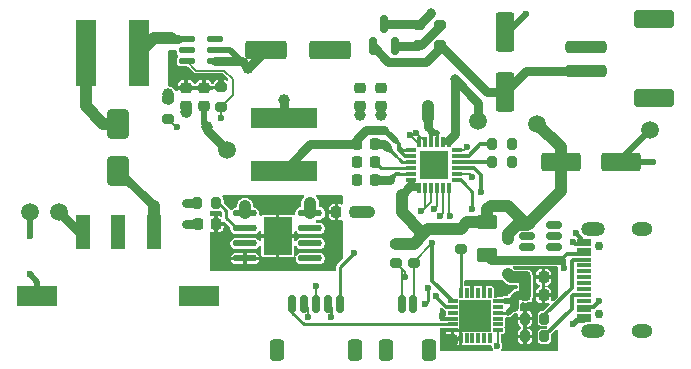
<source format=gbr>
%TF.GenerationSoftware,KiCad,Pcbnew,8.0.7*%
%TF.CreationDate,2025-01-06T14:24:51-08:00*%
%TF.ProjectId,motion-play-power,6d6f7469-6f6e-42d7-906c-61792d706f77,rev?*%
%TF.SameCoordinates,Original*%
%TF.FileFunction,Copper,L1,Top*%
%TF.FilePolarity,Positive*%
%FSLAX46Y46*%
G04 Gerber Fmt 4.6, Leading zero omitted, Abs format (unit mm)*
G04 Created by KiCad (PCBNEW 8.0.7) date 2025-01-06 14:24:51*
%MOMM*%
%LPD*%
G01*
G04 APERTURE LIST*
G04 Aperture macros list*
%AMRoundRect*
0 Rectangle with rounded corners*
0 $1 Rounding radius*
0 $2 $3 $4 $5 $6 $7 $8 $9 X,Y pos of 4 corners*
0 Add a 4 corners polygon primitive as box body*
4,1,4,$2,$3,$4,$5,$6,$7,$8,$9,$2,$3,0*
0 Add four circle primitives for the rounded corners*
1,1,$1+$1,$2,$3*
1,1,$1+$1,$4,$5*
1,1,$1+$1,$6,$7*
1,1,$1+$1,$8,$9*
0 Add four rect primitives between the rounded corners*
20,1,$1+$1,$2,$3,$4,$5,0*
20,1,$1+$1,$4,$5,$6,$7,0*
20,1,$1+$1,$6,$7,$8,$9,0*
20,1,$1+$1,$8,$9,$2,$3,0*%
G04 Aperture macros list end*
%TA.AperFunction,SMDPad,CuDef*%
%ADD10RoundRect,0.200000X0.275000X-0.200000X0.275000X0.200000X-0.275000X0.200000X-0.275000X-0.200000X0*%
%TD*%
%TA.AperFunction,SMDPad,CuDef*%
%ADD11C,1.500000*%
%TD*%
%TA.AperFunction,SMDPad,CuDef*%
%ADD12RoundRect,0.225000X0.250000X-0.225000X0.250000X0.225000X-0.250000X0.225000X-0.250000X-0.225000X0*%
%TD*%
%TA.AperFunction,SMDPad,CuDef*%
%ADD13RoundRect,0.200000X0.200000X0.275000X-0.200000X0.275000X-0.200000X-0.275000X0.200000X-0.275000X0*%
%TD*%
%TA.AperFunction,ComponentPad*%
%ADD14C,0.750000*%
%TD*%
%TA.AperFunction,ComponentPad*%
%ADD15O,2.000000X1.200000*%
%TD*%
%TA.AperFunction,ComponentPad*%
%ADD16O,1.800000X1.200000*%
%TD*%
%TA.AperFunction,SMDPad,CuDef*%
%ADD17R,1.300000X0.300000*%
%TD*%
%TA.AperFunction,SMDPad,CuDef*%
%ADD18RoundRect,0.225000X-0.225000X-0.250000X0.225000X-0.250000X0.225000X0.250000X-0.225000X0.250000X0*%
%TD*%
%TA.AperFunction,SMDPad,CuDef*%
%ADD19RoundRect,0.150000X-0.512500X-0.150000X0.512500X-0.150000X0.512500X0.150000X-0.512500X0.150000X0*%
%TD*%
%TA.AperFunction,SMDPad,CuDef*%
%ADD20RoundRect,0.225000X0.225000X0.250000X-0.225000X0.250000X-0.225000X-0.250000X0.225000X-0.250000X0*%
%TD*%
%TA.AperFunction,SMDPad,CuDef*%
%ADD21RoundRect,0.250000X0.550000X-1.412500X0.550000X1.412500X-0.550000X1.412500X-0.550000X-1.412500X0*%
%TD*%
%TA.AperFunction,SMDPad,CuDef*%
%ADD22R,5.700000X1.700000*%
%TD*%
%TA.AperFunction,SMDPad,CuDef*%
%ADD23RoundRect,0.225000X-0.250000X0.225000X-0.250000X-0.225000X0.250000X-0.225000X0.250000X0.225000X0*%
%TD*%
%TA.AperFunction,SMDPad,CuDef*%
%ADD24RoundRect,0.250000X1.500000X-0.250000X1.500000X0.250000X-1.500000X0.250000X-1.500000X-0.250000X0*%
%TD*%
%TA.AperFunction,SMDPad,CuDef*%
%ADD25RoundRect,0.250001X1.449999X-0.499999X1.449999X0.499999X-1.449999X0.499999X-1.449999X-0.499999X0*%
%TD*%
%TA.AperFunction,SMDPad,CuDef*%
%ADD26RoundRect,0.250000X0.650000X-1.000000X0.650000X1.000000X-0.650000X1.000000X-0.650000X-1.000000X0*%
%TD*%
%TA.AperFunction,SMDPad,CuDef*%
%ADD27RoundRect,0.200000X-0.275000X0.200000X-0.275000X-0.200000X0.275000X-0.200000X0.275000X0.200000X0*%
%TD*%
%TA.AperFunction,SMDPad,CuDef*%
%ADD28RoundRect,0.150000X-0.150000X-0.625000X0.150000X-0.625000X0.150000X0.625000X-0.150000X0.625000X0*%
%TD*%
%TA.AperFunction,SMDPad,CuDef*%
%ADD29RoundRect,0.250000X-0.350000X-0.650000X0.350000X-0.650000X0.350000X0.650000X-0.350000X0.650000X0*%
%TD*%
%TA.AperFunction,SMDPad,CuDef*%
%ADD30RoundRect,0.033750X0.101250X-0.396250X0.101250X0.396250X-0.101250X0.396250X-0.101250X-0.396250X0*%
%TD*%
%TA.AperFunction,SMDPad,CuDef*%
%ADD31RoundRect,0.033750X0.396250X-0.101250X0.396250X0.101250X-0.396250X0.101250X-0.396250X-0.101250X0*%
%TD*%
%TA.AperFunction,SMDPad,CuDef*%
%ADD32R,2.450000X2.450000*%
%TD*%
%TA.AperFunction,SMDPad,CuDef*%
%ADD33R,1.300000X3.000000*%
%TD*%
%TA.AperFunction,SMDPad,CuDef*%
%ADD34R,3.500000X1.700000*%
%TD*%
%TA.AperFunction,SMDPad,CuDef*%
%ADD35RoundRect,0.250000X-1.500000X-0.550000X1.500000X-0.550000X1.500000X0.550000X-1.500000X0.550000X0*%
%TD*%
%TA.AperFunction,SMDPad,CuDef*%
%ADD36RoundRect,0.150000X0.150000X-0.587500X0.150000X0.587500X-0.150000X0.587500X-0.150000X-0.587500X0*%
%TD*%
%TA.AperFunction,SMDPad,CuDef*%
%ADD37R,1.700000X5.700000*%
%TD*%
%TA.AperFunction,SMDPad,CuDef*%
%ADD38RoundRect,0.032500X-0.097500X0.387500X-0.097500X-0.387500X0.097500X-0.387500X0.097500X0.387500X0*%
%TD*%
%TA.AperFunction,SMDPad,CuDef*%
%ADD39RoundRect,0.032500X-0.387500X0.097500X-0.387500X-0.097500X0.387500X-0.097500X0.387500X0.097500X0*%
%TD*%
%TA.AperFunction,SMDPad,CuDef*%
%ADD40R,2.700000X2.700000*%
%TD*%
%TA.AperFunction,ComponentPad*%
%ADD41C,0.610000*%
%TD*%
%TA.AperFunction,SMDPad,CuDef*%
%ADD42O,2.040000X0.570000*%
%TD*%
%TA.AperFunction,SMDPad,CuDef*%
%ADD43R,2.400000X3.200000*%
%TD*%
%TA.AperFunction,SMDPad,CuDef*%
%ADD44RoundRect,0.250000X0.625000X-0.375000X0.625000X0.375000X-0.625000X0.375000X-0.625000X-0.375000X0*%
%TD*%
%TA.AperFunction,SMDPad,CuDef*%
%ADD45RoundRect,0.250000X-1.412500X-0.550000X1.412500X-0.550000X1.412500X0.550000X-1.412500X0.550000X0*%
%TD*%
%TA.AperFunction,SMDPad,CuDef*%
%ADD46RoundRect,0.147500X-0.537500X-0.147500X0.537500X-0.147500X0.537500X0.147500X-0.537500X0.147500X0*%
%TD*%
%TA.AperFunction,ViaPad*%
%ADD47C,0.600000*%
%TD*%
%TA.AperFunction,ViaPad*%
%ADD48C,1.000000*%
%TD*%
%TA.AperFunction,ViaPad*%
%ADD49C,0.800000*%
%TD*%
%TA.AperFunction,Conductor*%
%ADD50C,0.800000*%
%TD*%
%TA.AperFunction,Conductor*%
%ADD51C,0.200000*%
%TD*%
%TA.AperFunction,Conductor*%
%ADD52C,0.500000*%
%TD*%
%TA.AperFunction,Conductor*%
%ADD53C,1.000000*%
%TD*%
%TA.AperFunction,Conductor*%
%ADD54C,0.300000*%
%TD*%
%TA.AperFunction,Conductor*%
%ADD55C,0.250000*%
%TD*%
%TA.AperFunction,Conductor*%
%ADD56C,0.900000*%
%TD*%
%TA.AperFunction,Conductor*%
%ADD57C,0.150000*%
%TD*%
G04 APERTURE END LIST*
D10*
%TO.P,R5,1*%
%TO.N,Net-(U1-RESET)*%
X164750000Y-100075000D03*
%TO.P,R5,2*%
%TO.N,Protected_VBUS*%
X164750000Y-98425000D03*
%TD*%
D11*
%TO.P,GND,1,1*%
%TO.N,GND*%
X180750000Y-90000000D03*
%TD*%
D12*
%TO.P,C9,1*%
%TO.N,/Battery Management/VSYS*%
X143000000Y-88025000D03*
%TO.P,C9,2*%
%TO.N,GND*%
X143000000Y-86475000D03*
%TD*%
D13*
%TO.P,R2,1*%
%TO.N,Net-(USBC1-CC2)*%
X171825000Y-106000000D03*
%TO.P,R2,2*%
%TO.N,GND*%
X170175000Y-106000000D03*
%TD*%
D14*
%TO.P,USBC1,*%
%TO.N,*%
X176422500Y-105650000D03*
X176422500Y-99850000D03*
D15*
%TO.P,USBC1,0,SH*%
%TO.N,GND*%
X175922500Y-107080000D03*
%TO.P,USBC1,1*%
%TO.N,N/C*%
X175922500Y-98420000D03*
D16*
%TO.P,USBC1,2*%
X180102500Y-98420000D03*
%TO.P,USBC1,3*%
X180102500Y-107080000D03*
D17*
%TO.P,USBC1,A1,GND*%
%TO.N,GND*%
X175162500Y-106100000D03*
%TO.P,USBC1,A4,VBUS*%
%TO.N,Net-(F1-Pad1)*%
X175162500Y-105300000D03*
%TO.P,USBC1,A5,CC1*%
%TO.N,Net-(USBC1-CC1)*%
X175162500Y-104000000D03*
%TO.P,USBC1,A6,DP1*%
%TO.N,unconnected-(USBC1-DP1-PadA6)*%
X175162500Y-103000000D03*
%TO.P,USBC1,A7,DN1*%
%TO.N,unconnected-(USBC1-DN1-PadA7)*%
X175162500Y-102500000D03*
%TO.P,USBC1,A8,SBU1*%
%TO.N,unconnected-(USBC1-SBU1-PadA8)*%
X175162500Y-101500000D03*
%TO.P,USBC1,A9,VBUS*%
%TO.N,Net-(F1-Pad1)*%
X175162500Y-100200000D03*
%TO.P,USBC1,A12,GND*%
%TO.N,GND*%
X175162500Y-99400000D03*
%TO.P,USBC1,B1,GND*%
X175162500Y-99700000D03*
%TO.P,USBC1,B4,VBUS*%
%TO.N,Net-(F1-Pad1)*%
X175162500Y-100500000D03*
%TO.P,USBC1,B5,CC2*%
%TO.N,Net-(USBC1-CC2)*%
X175162500Y-101000000D03*
%TO.P,USBC1,B6,DP2*%
%TO.N,unconnected-(USBC1-DP2-PadB6)*%
X175162500Y-102000000D03*
%TO.P,USBC1,B7,DN2*%
%TO.N,unconnected-(USBC1-DN2-PadB7)*%
X175162500Y-103500000D03*
%TO.P,USBC1,B8,SBU2*%
%TO.N,unconnected-(USBC1-SBU2-PadB8)*%
X175162500Y-104500000D03*
%TO.P,USBC1,B9,VBUS*%
%TO.N,Net-(F1-Pad1)*%
X175162500Y-105000000D03*
%TO.P,USBC1,B12,GND*%
%TO.N,GND*%
X175162500Y-105800000D03*
%TD*%
D18*
%TO.P,C12,1*%
%TO.N,+3.3V*%
X142475000Y-98000000D03*
%TO.P,C12,2*%
%TO.N,GND*%
X144025000Y-98000000D03*
%TD*%
D19*
%TO.P,U2,1,I/O1*%
%TO.N,Protected_VBUS*%
X170362500Y-98050000D03*
%TO.P,U2,2,GND*%
%TO.N,GND*%
X170362500Y-99000000D03*
%TO.P,U2,3,I/O2*%
%TO.N,unconnected-(U2-I{slash}O2-Pad3)*%
X170362500Y-99950000D03*
%TO.P,U2,4,I/O2*%
%TO.N,unconnected-(U2-I{slash}O2-Pad4)*%
X172637500Y-99950000D03*
%TO.P,U2,5,VBUS*%
%TO.N,unconnected-(U2-VBUS-Pad5)*%
X172637500Y-99000000D03*
%TO.P,U2,6,I/O1*%
%TO.N,unconnected-(U2-I{slash}O1-Pad6)*%
X172637500Y-98050000D03*
%TD*%
D13*
%TO.P,R11,1*%
%TO.N,Net-(U5-ON{slash}~{OFF})*%
X144075000Y-96250000D03*
%TO.P,R11,2*%
%TO.N,+3.3V*%
X142425000Y-96250000D03*
%TD*%
D20*
%TO.P,C3,1*%
%TO.N,Net-(U3-BTST)*%
X157525000Y-91250000D03*
%TO.P,C3,2*%
%TO.N,Net-(U3-SW1)*%
X155975000Y-91250000D03*
%TD*%
D21*
%TO.P,C13,1*%
%TO.N,Net-(J1-Pin_1)*%
X168500000Y-86787500D03*
%TO.P,C13,2*%
%TO.N,GND*%
X168500000Y-81712500D03*
%TD*%
D22*
%TO.P,L1,1,1*%
%TO.N,Net-(U3-SW1)*%
X149750000Y-93500000D03*
%TO.P,L1,2,2*%
%TO.N,/Battery Management/VSYS*%
X149750000Y-89000000D03*
%TD*%
D23*
%TO.P,C6,1*%
%TO.N,GND*%
X158000000Y-86475000D03*
%TO.P,C6,2*%
%TO.N,/Battery Management/VSYS*%
X158000000Y-88025000D03*
%TD*%
D24*
%TO.P,J1,1,Pin_1*%
%TO.N,Net-(J1-Pin_1)*%
X175400000Y-85000000D03*
%TO.P,J1,2,Pin_2*%
%TO.N,GND*%
X175400000Y-83000000D03*
D25*
%TO.P,J1,MP*%
%TO.N,N/C*%
X181150000Y-87350000D03*
X181150000Y-80650000D03*
%TD*%
D26*
%TO.P,D1,2,A*%
%TO.N,Net-(D1-A)*%
X135750000Y-89500000D03*
%TO.P,D1,1,K*%
%TO.N,+5V*%
X135750000Y-93500000D03*
%TD*%
D27*
%TO.P,R9,1*%
%TO.N,GND*%
X144500000Y-86425000D03*
%TO.P,R9,2*%
%TO.N,Net-(U4-FB)*%
X144500000Y-88075000D03*
%TD*%
D28*
%TO.P,J4,1,Pin_1*%
%TO.N,/Connectors/USB_ATTACH*%
X150500000Y-104750000D03*
%TO.P,J4,2,Pin_2*%
%TO.N,/Connectors/USB_ALERT*%
X151500000Y-104750000D03*
%TO.P,J4,3,Pin_3*%
%TO.N,/Battery Management/CHRG_STAT*%
X152500000Y-104750000D03*
%TO.P,J4,4,Pin_4*%
%TO.N,/Battery Management/CHRG_INT*%
X153500000Y-104750000D03*
%TO.P,J4,5,Pin_5*%
%TO.N,/Battery Management/CHRG_PG*%
X154500000Y-104750000D03*
D29*
%TO.P,J4,MP*%
%TO.N,N/C*%
X149200000Y-108625000D03*
X155800000Y-108625000D03*
%TD*%
D13*
%TO.P,R6,1*%
%TO.N,GND*%
X169075000Y-92750000D03*
%TO.P,R6,2*%
%TO.N,Net-(U3-ILIM)*%
X167425000Y-92750000D03*
%TD*%
D10*
%TO.P,R10,1*%
%TO.N,Net-(U4-FB)*%
X140000000Y-89075000D03*
%TO.P,R10,2*%
%TO.N,+5V*%
X140000000Y-87425000D03*
%TD*%
D13*
%TO.P,TH1,1*%
%TO.N,GND*%
X169075000Y-91250000D03*
%TO.P,TH1,2*%
%TO.N,Net-(U3-TS1)*%
X167425000Y-91250000D03*
%TD*%
D18*
%TO.P,C1,1*%
%TO.N,Protected_VBUS*%
X170225000Y-102500000D03*
%TO.P,C1,2*%
%TO.N,GND*%
X171775000Y-102500000D03*
%TD*%
D30*
%TO.P,U3,1,VBUS1*%
%TO.N,Protected_VBUS*%
X161250000Y-94935000D03*
%TO.P,U3,2,D+*%
%TO.N,GND*%
X161750000Y-94935000D03*
%TO.P,U3,3,D-*%
X162250000Y-94935000D03*
%TO.P,U3,4,STAT*%
%TO.N,/Battery Management/CHRG_STAT*%
X162750000Y-94935000D03*
%TO.P,U3,5,SCL*%
%TO.N,I2C_SCL*%
X163250000Y-94935000D03*
%TO.P,U3,6,SDA*%
%TO.N,I2C_SDA*%
X163750000Y-94935000D03*
D31*
%TO.P,U3,7,INT*%
%TO.N,/Battery Management/CHRG_INT*%
X164435000Y-94250000D03*
%TO.P,U3,8,OTG*%
%TO.N,GND*%
X164435000Y-93750000D03*
%TO.P,U3,9,CE*%
%TO.N,/Battery Management/CHRG_PG*%
X164435000Y-93250000D03*
%TO.P,U3,10,ILIM*%
%TO.N,Net-(U3-ILIM)*%
X164435000Y-92750000D03*
%TO.P,U3,11,TS1*%
%TO.N,Net-(U3-TS1)*%
X164435000Y-92250000D03*
%TO.P,U3,12,TS2*%
%TO.N,GND*%
X164435000Y-91750000D03*
D30*
%TO.P,U3,13,BAT1*%
%TO.N,VBAT*%
X163750000Y-91065000D03*
%TO.P,U3,14,BAT2*%
X163250000Y-91065000D03*
%TO.P,U3,15,SYS1*%
%TO.N,/Battery Management/VSYS*%
X162750000Y-91065000D03*
%TO.P,U3,16,SYS2*%
X162250000Y-91065000D03*
%TO.P,U3,17,PGND1*%
%TO.N,GND*%
X161750000Y-91065000D03*
%TO.P,U3,18,PGND2*%
X161250000Y-91065000D03*
D31*
%TO.P,U3,19,SW1*%
%TO.N,Net-(U3-SW1)*%
X160565000Y-91750000D03*
%TO.P,U3,20,SW2*%
X160565000Y-92250000D03*
%TO.P,U3,21,BTST*%
%TO.N,Net-(U3-BTST)*%
X160565000Y-92750000D03*
%TO.P,U3,22,REGN*%
%TO.N,Net-(U3-REGN)*%
X160565000Y-93250000D03*
%TO.P,U3,23,PMID*%
%TO.N,Net-(U3-PMID)*%
X160565000Y-93750000D03*
%TO.P,U3,24,VBUS2*%
%TO.N,Protected_VBUS*%
X160565000Y-94250000D03*
D32*
%TO.P,U3,25,GND*%
%TO.N,GND*%
X162500000Y-93000000D03*
%TD*%
D20*
%TO.P,C5,1*%
%TO.N,Net-(U3-REGN)*%
X157525000Y-92750000D03*
%TO.P,C5,2*%
%TO.N,GND*%
X155975000Y-92750000D03*
%TD*%
D27*
%TO.P,R8,1*%
%TO.N,Net-(Q1-G)*%
X163000000Y-81175000D03*
%TO.P,R8,2*%
%TO.N,Net-(J1-Pin_1)*%
X163000000Y-82825000D03*
%TD*%
D33*
%TO.P,CN1,1,1*%
%TO.N,+5V*%
X138750000Y-98657500D03*
%TO.P,CN1,2,2*%
%TO.N,GND*%
X135750000Y-98657500D03*
%TO.P,CN1,3,3*%
%TO.N,+3.3V*%
X132750000Y-98657500D03*
D34*
%TO.P,CN1,4,4*%
%TO.N,GND*%
X128890000Y-104097500D03*
%TO.P,CN1,5,5*%
X142610000Y-104097500D03*
%TD*%
D35*
%TO.P,C8,1*%
%TO.N,/Battery Management/VSYS*%
X148300000Y-83250000D03*
%TO.P,C8,2*%
%TO.N,GND*%
X153700000Y-83250000D03*
%TD*%
D11*
%TO.P,TP3,1,1*%
%TO.N,Protected_VBUS*%
X171250000Y-89500000D03*
%TD*%
D13*
%TO.P,R1,1*%
%TO.N,Net-(USBC1-CC1)*%
X171825000Y-107500000D03*
%TO.P,R1,2*%
%TO.N,GND*%
X170175000Y-107500000D03*
%TD*%
D11*
%TO.P,VBAT,1,1*%
%TO.N,VBAT*%
X166250000Y-89250000D03*
%TD*%
%TO.P,3.3V,1,1*%
%TO.N,+3.3V*%
X130750000Y-97000000D03*
%TD*%
D27*
%TO.P,R7,1*%
%TO.N,VBAT*%
X161250000Y-81175000D03*
%TO.P,R7,2*%
%TO.N,Net-(Q1-G)*%
X161250000Y-82825000D03*
%TD*%
D36*
%TO.P,Q1,1,D*%
%TO.N,Net-(J1-Pin_1)*%
X157300000Y-82937500D03*
%TO.P,Q1,2,G*%
%TO.N,Net-(Q1-G)*%
X159200000Y-82937500D03*
%TO.P,Q1,3,S*%
%TO.N,VBAT*%
X158250000Y-81062500D03*
%TD*%
D37*
%TO.P,L2,1,1*%
%TO.N,Net-(U4-SW)*%
X137500000Y-83500000D03*
%TO.P,L2,2,2*%
%TO.N,Net-(D1-A)*%
X133000000Y-83500000D03*
%TD*%
D28*
%TO.P,J3,1,Pin_1*%
%TO.N,I2C_SDA*%
X159750000Y-104750000D03*
%TO.P,J3,2,Pin_2*%
%TO.N,I2C_SCL*%
X160750000Y-104750000D03*
D29*
%TO.P,J3,MP*%
%TO.N,N/C*%
X158450000Y-108625000D03*
X162050000Y-108625000D03*
%TD*%
D38*
%TO.P,U1,1,CC1DB*%
%TO.N,unconnected-(U1-CC1DB-Pad1)*%
X167250000Y-103820000D03*
%TO.P,U1,2,CC1*%
%TO.N,GND*%
X166750000Y-103820000D03*
%TO.P,U1,3,NU*%
%TO.N,unconnected-(U1-NU-Pad3)*%
X166250000Y-103820000D03*
%TO.P,U1,4,CC2*%
%TO.N,GND*%
X165750000Y-103820000D03*
%TO.P,U1,5,CC2DB*%
%TO.N,unconnected-(U1-CC2DB-Pad5)*%
X165250000Y-103820000D03*
%TO.P,U1,6,RESET*%
%TO.N,Net-(U1-RESET)*%
X164750000Y-103820000D03*
D39*
%TO.P,U1,7,SCL*%
%TO.N,I2C_SCL*%
X164070000Y-104500000D03*
%TO.P,U1,8,SDA*%
%TO.N,I2C_SDA*%
X164070000Y-105000000D03*
%TO.P,U1,9,DISCH*%
%TO.N,unconnected-(U1-DISCH-Pad9)*%
X164070000Y-105500000D03*
%TO.P,U1,10,GND*%
%TO.N,GND*%
X164070000Y-106000000D03*
%TO.P,U1,11,ATTACH*%
%TO.N,/Connectors/USB_ATTACH*%
X164070000Y-106500000D03*
%TO.P,U1,12,ADDR0*%
%TO.N,GND*%
X164070000Y-107000000D03*
D38*
%TO.P,U1,13,ADDR1*%
X164750000Y-107680000D03*
%TO.P,U1,14,RP_1A5*%
%TO.N,unconnected-(U1-RP_1A5-Pad14)*%
X165250000Y-107680000D03*
%TO.P,U1,15,GPIO*%
%TO.N,unconnected-(U1-GPIO-Pad15)*%
X165750000Y-107680000D03*
%TO.P,U1,16,VBUS_EN_SNK*%
%TO.N,unconnected-(U1-VBUS_EN_SNK-Pad16)*%
X166250000Y-107680000D03*
%TO.P,U1,17,A_B_SIDE*%
%TO.N,unconnected-(U1-A_B_SIDE-Pad17)*%
X166750000Y-107680000D03*
%TO.P,U1,18,VBUS_VS_DISCH*%
%TO.N,unconnected-(U1-VBUS_VS_DISCH-Pad18)*%
X167250000Y-107680000D03*
D39*
%TO.P,U1,19,ALERT*%
%TO.N,/Connectors/USB_ALERT*%
X167930000Y-107000000D03*
%TO.P,U1,20,RP_3A*%
%TO.N,unconnected-(U1-RP_3A-Pad20)*%
X167930000Y-106500000D03*
%TO.P,U1,21,VREG_1V2*%
%TO.N,unconnected-(U1-VREG_1V2-Pad21)*%
X167930000Y-106000000D03*
%TO.P,U1,22,VSYS*%
%TO.N,Protected_VBUS*%
X167930000Y-105500000D03*
%TO.P,U1,23,VREG_2V7*%
%TO.N,unconnected-(U1-VREG_2V7-Pad23)*%
X167930000Y-105000000D03*
%TO.P,U1,24,VDD*%
%TO.N,Protected_VBUS*%
X167930000Y-104500000D03*
D40*
%TO.P,U1,25,EXP*%
%TO.N,GND*%
X166000000Y-105750000D03*
%TD*%
D41*
%TO.P,U5,*%
%TO.N,*%
X149750000Y-98500000D03*
X148750000Y-98500000D03*
X149750000Y-99500000D03*
X148750000Y-99500000D03*
D42*
%TO.P,U5,1,VOUT*%
%TO.N,+3.3V*%
X146480000Y-97090000D03*
%TO.P,U5,2,ON/~{OFF}*%
%TO.N,Net-(U5-ON{slash}~{OFF})*%
X146480000Y-98370000D03*
%TO.P,U5,3,NC*%
%TO.N,unconnected-(U5-NC-Pad3)*%
X146480000Y-99630000D03*
%TO.P,U5,4,GND*%
%TO.N,GND*%
X146480000Y-100900000D03*
%TO.P,U5,5,NC*%
%TO.N,unconnected-(U5-NC-Pad5)*%
X152020000Y-100900000D03*
%TO.P,U5,6,NC*%
%TO.N,unconnected-(U5-NC-Pad6)*%
X152020000Y-99630000D03*
%TO.P,U5,7,NC*%
%TO.N,unconnected-(U5-NC-Pad7)*%
X152020000Y-98370000D03*
%TO.P,U5,8,VIN*%
%TO.N,/Battery Management/VSYS*%
X152020000Y-97090000D03*
D43*
%TO.P,U5,9,EP*%
%TO.N,GND*%
X149250000Y-99000000D03*
%TD*%
D20*
%TO.P,C4,1*%
%TO.N,Net-(U3-PMID)*%
X157525000Y-94250000D03*
%TO.P,C4,2*%
%TO.N,GND*%
X155975000Y-94250000D03*
%TD*%
D10*
%TO.P,R3,1*%
%TO.N,I2C_SDA*%
X159250000Y-101325000D03*
%TO.P,R3,2*%
%TO.N,Protected_VBUS*%
X159250000Y-99675000D03*
%TD*%
D12*
%TO.P,C10,1*%
%TO.N,+5V*%
X141500000Y-88025000D03*
%TO.P,C10,2*%
%TO.N,GND*%
X141500000Y-86475000D03*
%TD*%
D10*
%TO.P,R4,1*%
%TO.N,I2C_SCL*%
X160760000Y-101325000D03*
%TO.P,R4,2*%
%TO.N,Protected_VBUS*%
X160760000Y-99675000D03*
%TD*%
D44*
%TO.P,F1,1*%
%TO.N,Net-(F1-Pad1)*%
X167000000Y-100650000D03*
%TO.P,F1,2*%
%TO.N,Protected_VBUS*%
X167000000Y-97850000D03*
%TD*%
D45*
%TO.P,C14,1*%
%TO.N,Protected_VBUS*%
X173212500Y-92750000D03*
%TO.P,C14,2*%
%TO.N,GND*%
X178287500Y-92750000D03*
%TD*%
D11*
%TO.P,GND,1,1*%
%TO.N,GND*%
X128250000Y-97000000D03*
%TD*%
D23*
%TO.P,C7,1*%
%TO.N,GND*%
X156250000Y-86475000D03*
%TO.P,C7,2*%
%TO.N,/Battery Management/VSYS*%
X156250000Y-88025000D03*
%TD*%
D18*
%TO.P,C2,1*%
%TO.N,Protected_VBUS*%
X170225000Y-104010000D03*
%TO.P,C2,2*%
%TO.N,GND*%
X171775000Y-104010000D03*
%TD*%
D11*
%TO.P,VSYS,1,1*%
%TO.N,/Battery Management/VSYS*%
X145000000Y-91750000D03*
%TD*%
D46*
%TO.P,U4,1,SW*%
%TO.N,Net-(U4-SW)*%
X141580000Y-82300000D03*
%TO.P,U4,2,GND*%
%TO.N,GND*%
X141580000Y-83250000D03*
%TO.P,U4,3,FB*%
%TO.N,Net-(U4-FB)*%
X141580000Y-84200000D03*
%TO.P,U4,4,EN*%
%TO.N,/Battery Management/VSYS*%
X143920000Y-84200000D03*
%TO.P,U4,5,IN*%
X143920000Y-83250000D03*
%TO.P,U4,6*%
%TO.N,N/C*%
X143920000Y-82300000D03*
%TD*%
D20*
%TO.P,C11,1*%
%TO.N,/Battery Management/VSYS*%
X155775000Y-97000000D03*
%TO.P,C11,2*%
%TO.N,GND*%
X154225000Y-97000000D03*
%TD*%
D47*
%TO.N,Net-(U4-FB)*%
X140750000Y-89750000D03*
X144500000Y-89000000D03*
%TO.N,GND*%
X128250000Y-102250000D03*
X128250000Y-99000000D03*
X168500000Y-81712500D03*
X170250000Y-80250000D03*
X178500000Y-92750000D03*
X181000000Y-92750000D03*
%TO.N,+3.3V*%
X146500000Y-96500000D03*
D48*
%TO.N,/Battery Management/VSYS*%
X157000000Y-97000000D03*
X152000000Y-96250000D03*
D47*
%TO.N,GND*%
X174250000Y-99500000D03*
X174475668Y-98757853D03*
D48*
%TO.N,Protected_VBUS*%
X168750000Y-99250000D03*
X168750000Y-102250000D03*
D47*
%TO.N,GND*%
X174250000Y-106500000D03*
%TO.N,+3.3V*%
X141500000Y-98000000D03*
X141500000Y-96250000D03*
D48*
%TO.N,+5V*%
X135750000Y-93500000D03*
%TO.N,/Battery Management/VSYS*%
X162000000Y-88250000D03*
D47*
%TO.N,/Battery Management/CHRG_PG*%
X155700735Y-100450735D03*
D48*
%TO.N,/Battery Management/VSYS*%
X158000000Y-88750000D03*
X156250000Y-88750000D03*
D47*
%TO.N,GND*%
X144500000Y-85750000D03*
D48*
%TO.N,/Battery Management/VSYS*%
X143250000Y-89750000D03*
X146750000Y-84750000D03*
X149750000Y-87500000D03*
%TO.N,+5V*%
X141500000Y-88500000D03*
X140000000Y-87000000D03*
D47*
%TO.N,GND*%
X154500000Y-83250000D03*
X153000000Y-83250000D03*
X166750000Y-103000000D03*
X155975000Y-94250000D03*
X163250000Y-93750000D03*
X156250000Y-86475000D03*
X161750000Y-92250000D03*
X170175000Y-106000000D03*
X169075000Y-91250000D03*
X141500000Y-86475000D03*
X162500000Y-92250000D03*
X165750000Y-94000000D03*
X163178305Y-105770565D03*
X170175000Y-107500000D03*
X165250000Y-91500000D03*
X175400000Y-83000000D03*
X165750000Y-103000000D03*
X170362500Y-99000000D03*
X161429826Y-96929826D03*
X143000000Y-86475000D03*
X162500000Y-93000000D03*
X144025000Y-98000000D03*
X141580000Y-83250000D03*
X171775000Y-104010000D03*
X161000000Y-90250000D03*
X169075000Y-92750000D03*
X158000000Y-86475000D03*
X135750000Y-98657500D03*
X163250000Y-107250000D03*
X161750000Y-93750000D03*
X155975000Y-92750000D03*
X160500000Y-90500000D03*
X154225000Y-97000000D03*
X161750000Y-93000000D03*
X164250000Y-108000000D03*
X171775000Y-102500000D03*
X146480000Y-100900000D03*
X163250000Y-92250000D03*
X163250000Y-93000000D03*
X162500000Y-93750000D03*
X153700000Y-83250000D03*
X142610000Y-104097500D03*
%TO.N,+3.3V*%
X132750000Y-98657500D03*
%TO.N,Net-(F1-Pad1)*%
X173500000Y-101750000D03*
X176500000Y-104500000D03*
%TO.N,I2C_SDA*%
X162700380Y-104049620D03*
X163817039Y-97325000D03*
X160000000Y-102500000D03*
%TO.N,I2C_SCL*%
X162357818Y-99632818D03*
X163017072Y-97317499D03*
%TO.N,/Battery Management/CHRG_INT*%
X161750000Y-104750000D03*
X165750000Y-96750000D03*
X162000000Y-103399620D03*
X153750000Y-105875000D03*
%TO.N,/Battery Management/CHRG_STAT*%
X152500000Y-103250000D03*
X162506927Y-96701255D03*
%TO.N,/Connectors/USB_ALERT*%
X151804443Y-105875000D03*
X167832087Y-108289729D03*
%TO.N,/Battery Management/CHRG_PG*%
X166500000Y-95250000D03*
D49*
%TO.N,VBAT*%
X162250000Y-80150000D03*
X164250000Y-85750000D03*
%TD*%
D50*
%TO.N,VBAT*%
X166250000Y-89250000D02*
X166250000Y-87750000D01*
X166250000Y-87750000D02*
X164250000Y-85750000D01*
%TO.N,/Battery Management/VSYS*%
X143250000Y-89750000D02*
X143250000Y-90000000D01*
X143250000Y-90000000D02*
X145000000Y-91750000D01*
D51*
%TO.N,Net-(U4-FB)*%
X144500000Y-88075000D02*
X144500000Y-89000000D01*
X140750000Y-89750000D02*
X140675000Y-89750000D01*
X140675000Y-89750000D02*
X140000000Y-89075000D01*
D50*
%TO.N,+3.3V*%
X132750000Y-98657500D02*
X132407500Y-98657500D01*
X132407500Y-98657500D02*
X130750000Y-97000000D01*
D52*
%TO.N,GND*%
X128890000Y-104097500D02*
X128890000Y-102890000D01*
X128250000Y-99000000D02*
X128250000Y-97000000D01*
X128890000Y-102890000D02*
X128250000Y-102250000D01*
D53*
%TO.N,Protected_VBUS*%
X173212500Y-92750000D02*
X173212500Y-95200000D01*
D52*
%TO.N,I2C_SDA*%
X159250000Y-101325000D02*
X159250000Y-101250000D01*
%TO.N,GND*%
X168787500Y-81712500D02*
X170250000Y-80250000D01*
X168500000Y-81712500D02*
X168787500Y-81712500D01*
X178500000Y-92750000D02*
X181000000Y-92750000D01*
X178287500Y-92750000D02*
X178500000Y-92750000D01*
X178287500Y-92750000D02*
X178287500Y-92462500D01*
X178287500Y-92462500D02*
X180750000Y-90000000D01*
D53*
%TO.N,Protected_VBUS*%
X173212500Y-92750000D02*
X173212500Y-91462500D01*
X173212500Y-91462500D02*
X171250000Y-89500000D01*
D51*
%TO.N,Net-(U4-FB)*%
X144500000Y-88075000D02*
X145500000Y-87075000D01*
D53*
%TO.N,+3.3V*%
X146480000Y-96520000D02*
X146500000Y-96500000D01*
X146480000Y-97090000D02*
X146480000Y-96520000D01*
%TO.N,/Battery Management/VSYS*%
X155775000Y-97000000D02*
X157000000Y-97000000D01*
X152020000Y-96270000D02*
X152000000Y-96250000D01*
X152020000Y-97090000D02*
X152020000Y-96270000D01*
D54*
%TO.N,GND*%
X174450000Y-99700000D02*
X174250000Y-99500000D01*
X175162500Y-99700000D02*
X174450000Y-99700000D01*
X175117815Y-99400000D02*
X174475668Y-98757853D01*
X175162500Y-99400000D02*
X175117815Y-99400000D01*
X175162500Y-99700000D02*
X175162500Y-99400000D01*
D52*
%TO.N,Protected_VBUS*%
X168750000Y-105500000D02*
X169250000Y-105000000D01*
X168500000Y-104500000D02*
X169000000Y-104500000D01*
D54*
X167930000Y-104500000D02*
X168500000Y-104500000D01*
D53*
X169000000Y-102500000D02*
X168750000Y-102250000D01*
X170225000Y-102500000D02*
X169000000Y-102500000D01*
X168750000Y-99250000D02*
X168750000Y-98814472D01*
X168750000Y-98814472D02*
X169514472Y-98050000D01*
X169514472Y-98050000D02*
X170362500Y-98050000D01*
X168750000Y-96437500D02*
X167312500Y-96437500D01*
X167312500Y-96437500D02*
X167000000Y-96750000D01*
X170362500Y-98050000D02*
X168750000Y-96437500D01*
X173212500Y-95200000D02*
X170362500Y-98050000D01*
X170225000Y-104010000D02*
X170225000Y-102500000D01*
D52*
%TO.N,/Battery Management/VSYS*%
X162750000Y-90250000D02*
X162500000Y-90250000D01*
X162500000Y-90250000D02*
X162250000Y-90000000D01*
D55*
X162750000Y-91065000D02*
X162750000Y-90250000D01*
D51*
%TO.N,GND*%
X162250000Y-94935000D02*
X162250000Y-96109652D01*
X162250000Y-96109652D02*
X161750000Y-96609652D01*
X161750000Y-94935000D02*
X161750000Y-96609652D01*
X161750000Y-96609652D02*
X161429826Y-96929826D01*
D54*
%TO.N,Net-(U3-SW1)*%
X159500000Y-91750000D02*
X159500000Y-91500000D01*
X159500000Y-91500000D02*
X159500000Y-91250000D01*
D55*
X160565000Y-91750000D02*
X159750000Y-91750000D01*
X159750000Y-91750000D02*
X159500000Y-91500000D01*
X160565000Y-92250000D02*
X160000000Y-92250000D01*
X160000000Y-92250000D02*
X159500000Y-91750000D01*
%TO.N,Net-(U3-PMID)*%
X160565000Y-93750000D02*
X159500000Y-93750000D01*
D52*
%TO.N,GND*%
X174650000Y-106100000D02*
X174250000Y-106500000D01*
X175162500Y-106100000D02*
X174650000Y-106100000D01*
D55*
%TO.N,Protected_VBUS*%
X169000000Y-104500000D02*
X169250000Y-104250000D01*
X167930000Y-105500000D02*
X168750000Y-105500000D01*
D50*
%TO.N,Net-(U3-PMID)*%
X158750000Y-94250000D02*
X157525000Y-94250000D01*
D52*
X159000000Y-94000000D02*
X158750000Y-94250000D01*
D54*
X159250000Y-93750000D02*
X159000000Y-94000000D01*
X159500000Y-93750000D02*
X159250000Y-93750000D01*
D55*
%TO.N,Net-(U3-BTST)*%
X160565000Y-92750000D02*
X159750000Y-92750000D01*
X159750000Y-92750000D02*
X159500000Y-92500000D01*
%TO.N,Net-(U3-REGN)*%
X160565000Y-93250000D02*
X158025000Y-93250000D01*
X158025000Y-93250000D02*
X157525000Y-92750000D01*
D50*
%TO.N,+3.3V*%
X142475000Y-98000000D02*
X141500000Y-98000000D01*
X142425000Y-96250000D02*
X141500000Y-96250000D01*
%TO.N,+5V*%
X138750000Y-96500000D02*
X135750000Y-93500000D01*
D53*
%TO.N,/Battery Management/VSYS*%
X162000000Y-88250000D02*
X162000000Y-88000000D01*
D55*
%TO.N,/Battery Management/CHRG_PG*%
X154500000Y-101651470D02*
X154500000Y-104750000D01*
X155700735Y-100450735D02*
X154500000Y-101651470D01*
D50*
%TO.N,VBAT*%
X164250000Y-85750000D02*
X164250000Y-90398886D01*
X164250000Y-90398886D02*
X163666943Y-90981943D01*
D53*
%TO.N,Protected_VBUS*%
X159750000Y-95500000D02*
X159750000Y-97000000D01*
X159750000Y-97000000D02*
X161592500Y-98842500D01*
X162010000Y-98425000D02*
X161592500Y-98842500D01*
X161592500Y-98842500D02*
X160760000Y-99675000D01*
D50*
X160690000Y-94810000D02*
X160440000Y-94810000D01*
X160440000Y-94810000D02*
X159750000Y-95500000D01*
D51*
%TO.N,/Battery Management/CHRG_STAT*%
X162506927Y-96701255D02*
X162750000Y-96458182D01*
X162750000Y-96458182D02*
X162750000Y-94935000D01*
D52*
%TO.N,Protected_VBUS*%
X160565000Y-94685000D02*
X160690000Y-94810000D01*
X160690000Y-94810000D02*
X160815000Y-94935000D01*
X160815000Y-94935000D02*
X161065000Y-94935000D01*
X160565000Y-94685000D02*
X160565000Y-94435000D01*
%TO.N,/Battery Management/VSYS*%
X158000000Y-88025000D02*
X158000000Y-88750000D01*
X156250000Y-88025000D02*
X156250000Y-88750000D01*
%TO.N,GND*%
X144500000Y-86425000D02*
X144500000Y-85750000D01*
%TO.N,/Battery Management/VSYS*%
X143000000Y-89500000D02*
X143250000Y-89750000D01*
X143000000Y-88025000D02*
X143000000Y-89500000D01*
X143920000Y-83250000D02*
X145250000Y-83250000D01*
X145250000Y-83250000D02*
X146750000Y-84750000D01*
D50*
X143920000Y-84200000D02*
X146200000Y-84200000D01*
X146200000Y-84200000D02*
X146750000Y-84750000D01*
X148250000Y-83250000D02*
X146750000Y-84750000D01*
X148300000Y-83250000D02*
X148250000Y-83250000D01*
X149750000Y-89000000D02*
X149750000Y-87500000D01*
D51*
%TO.N,Net-(U4-FB)*%
X145500000Y-87075000D02*
X145500000Y-85750000D01*
X145500000Y-85750000D02*
X144750000Y-85000000D01*
X144750000Y-85000000D02*
X142380000Y-85000000D01*
X142380000Y-85000000D02*
X141580000Y-84200000D01*
D56*
%TO.N,+5V*%
X141500000Y-88025000D02*
X141500000Y-88500000D01*
X140000000Y-87425000D02*
X140000000Y-87000000D01*
D50*
%TO.N,Protected_VBUS*%
X169250000Y-104250000D02*
X169490000Y-104010000D01*
X169490000Y-104010000D02*
X170225000Y-104010000D01*
D53*
X164750000Y-98425000D02*
X162010000Y-98425000D01*
X160760000Y-99675000D02*
X159250000Y-99675000D01*
X165325000Y-97850000D02*
X164750000Y-98425000D01*
D50*
X169250000Y-105000000D02*
X169250000Y-104250000D01*
D53*
X167000000Y-96750000D02*
X167000000Y-97850000D01*
X167000000Y-97850000D02*
X165325000Y-97850000D01*
D54*
%TO.N,GND*%
X164070000Y-107000000D02*
X163500000Y-107000000D01*
D57*
X161065000Y-91065000D02*
X160500000Y-90500000D01*
X165000000Y-91750000D02*
X165250000Y-91500000D01*
X161750000Y-91000000D02*
X161000000Y-90250000D01*
X161750000Y-91065000D02*
X161750000Y-91000000D01*
D54*
X166750000Y-103820000D02*
X166750000Y-103000000D01*
X164070000Y-106000000D02*
X163407740Y-106000000D01*
D57*
X164435000Y-93750000D02*
X165500000Y-93750000D01*
D54*
X164750000Y-107680000D02*
X164570000Y-107680000D01*
X163500000Y-107000000D02*
X163250000Y-107250000D01*
X165750000Y-103820000D02*
X165750000Y-103000000D01*
D57*
X165500000Y-93750000D02*
X165750000Y-94000000D01*
D54*
X163407740Y-106000000D02*
X163178305Y-105770565D01*
X164570000Y-107680000D02*
X164250000Y-108000000D01*
D57*
X161250000Y-91065000D02*
X161065000Y-91065000D01*
X164435000Y-91750000D02*
X165000000Y-91750000D01*
D50*
%TO.N,Net-(U3-BTST)*%
X158250000Y-91250000D02*
X157525000Y-91250000D01*
D51*
X159500000Y-92500000D02*
X159250000Y-92250000D01*
D50*
X158500000Y-91500000D02*
X158250000Y-91250000D01*
D54*
X159250000Y-92250000D02*
X158750000Y-91750000D01*
D52*
X158750000Y-91750000D02*
X158500000Y-91500000D01*
%TO.N,Net-(U3-SW1)*%
X159250000Y-91000000D02*
X158750000Y-90500000D01*
D50*
X152000000Y-91250000D02*
X155975000Y-91250000D01*
D54*
X159500000Y-91250000D02*
X159250000Y-91000000D01*
D50*
X156750000Y-90000000D02*
X155975000Y-90775000D01*
X158250000Y-90000000D02*
X156750000Y-90000000D01*
D52*
X158750000Y-90500000D02*
X158250000Y-90000000D01*
D50*
X149750000Y-93500000D02*
X152000000Y-91250000D01*
X155975000Y-90775000D02*
X155975000Y-91250000D01*
D54*
%TO.N,/Battery Management/VSYS*%
X162250000Y-91065000D02*
X162250000Y-90250000D01*
D52*
X162250000Y-90000000D02*
X162000000Y-89750000D01*
D50*
X162000000Y-89750000D02*
X162000000Y-89000000D01*
D53*
X162000000Y-89000000D02*
X162000000Y-88250000D01*
D52*
X162250000Y-90250000D02*
X162250000Y-90000000D01*
D53*
%TO.N,+5V*%
X138750000Y-98657500D02*
X138750000Y-96500000D01*
%TO.N,Net-(D1-A)*%
X133000000Y-88000000D02*
X133000000Y-83500000D01*
X134500000Y-89500000D02*
X133000000Y-88000000D01*
X135750000Y-89500000D02*
X134500000Y-89500000D01*
D54*
%TO.N,Net-(F1-Pad1)*%
X176000000Y-105000000D02*
X176500000Y-104500000D01*
X175162500Y-105000000D02*
X176000000Y-105000000D01*
D50*
X167350000Y-101000000D02*
X167000000Y-100650000D01*
D54*
X173500000Y-101750000D02*
X173500000Y-101250000D01*
X175162500Y-100500000D02*
X173750000Y-100500000D01*
X173500000Y-101250000D02*
X173250000Y-101000000D01*
X173750000Y-100500000D02*
X173250000Y-101000000D01*
D50*
X173250000Y-101000000D02*
X167350000Y-101000000D01*
D57*
%TO.N,I2C_SDA*%
X163750000Y-97257961D02*
X163817039Y-97325000D01*
X159750000Y-101825000D02*
X159750000Y-104750000D01*
D54*
X164070000Y-105000000D02*
X163543162Y-105000000D01*
D57*
X160000000Y-102500000D02*
X160000000Y-102075000D01*
D54*
X163543162Y-105000000D02*
X162700380Y-104157218D01*
D57*
X163750000Y-94935000D02*
X163750000Y-97257961D01*
D54*
X162700380Y-104157218D02*
X162700380Y-104049620D01*
D57*
X160000000Y-102075000D02*
X159250000Y-101325000D01*
X159250000Y-101325000D02*
X159750000Y-101825000D01*
%TO.N,I2C_SCL*%
X163250000Y-94935000D02*
X163250000Y-97084571D01*
X163250000Y-97084571D02*
X163017072Y-97317499D01*
X160760000Y-104740000D02*
X160750000Y-104750000D01*
X160760000Y-101325000D02*
X160760000Y-104740000D01*
D54*
X162357818Y-102787818D02*
X162357818Y-99632818D01*
D57*
X162357818Y-99632818D02*
X160760000Y-101230636D01*
D54*
X164070000Y-104500000D02*
X162357818Y-102787818D01*
D57*
X160760000Y-101230636D02*
X160760000Y-101325000D01*
D55*
%TO.N,/Battery Management/CHRG_INT*%
X153750000Y-105875000D02*
X153750000Y-105000000D01*
X165125000Y-94625000D02*
X165750000Y-95250000D01*
X164435000Y-94250000D02*
X164750000Y-94250000D01*
X164750000Y-94250000D02*
X165125000Y-94625000D01*
X153750000Y-105000000D02*
X153500000Y-104750000D01*
X162000000Y-103399620D02*
X162000000Y-104500000D01*
X162000000Y-104500000D02*
X161750000Y-104750000D01*
X165750000Y-95250000D02*
X165750000Y-96750000D01*
%TO.N,/Connectors/USB_ATTACH*%
X150500000Y-105524999D02*
X150500000Y-104750000D01*
X164070000Y-106500000D02*
X151475001Y-106500000D01*
X151475001Y-106500000D02*
X150500000Y-105524999D01*
D51*
%TO.N,/Battery Management/CHRG_STAT*%
X152500000Y-103250000D02*
X152500000Y-104750000D01*
%TO.N,/Connectors/USB_ALERT*%
X151804443Y-105054443D02*
X151500000Y-104750000D01*
X167930000Y-107000000D02*
X167930000Y-108191816D01*
X167930000Y-108191816D02*
X167832087Y-108289729D01*
X151804443Y-105875000D02*
X151804443Y-105054443D01*
D54*
%TO.N,/Battery Management/CHRG_PG*%
X166500000Y-93830761D02*
X166500000Y-95250000D01*
X165919239Y-93250000D02*
X166500000Y-93830761D01*
X164435000Y-93250000D02*
X165919239Y-93250000D01*
D50*
%TO.N,Net-(U4-SW)*%
X140300000Y-82300000D02*
X140250000Y-82250000D01*
D53*
X138750000Y-82250000D02*
X137500000Y-83500000D01*
X140250000Y-82250000D02*
X138750000Y-82250000D01*
D52*
X141580000Y-82300000D02*
X140800000Y-82300000D01*
D50*
X140800000Y-82300000D02*
X140300000Y-82300000D01*
%TO.N,VBAT*%
X161250000Y-81150000D02*
X161250000Y-81175000D01*
X161137500Y-81062500D02*
X161250000Y-81175000D01*
X158250000Y-81062500D02*
X161137500Y-81062500D01*
X162250000Y-80150000D02*
X161250000Y-81150000D01*
%TO.N,Net-(Q1-G)*%
X161250000Y-82825000D02*
X161388088Y-82825000D01*
X163000000Y-81213088D02*
X163000000Y-81175000D01*
X161137500Y-82937500D02*
X161250000Y-82825000D01*
X159200000Y-82937500D02*
X161137500Y-82937500D01*
X161388088Y-82825000D02*
X163000000Y-81213088D01*
D55*
%TO.N,Net-(U1-RESET)*%
X164750000Y-103820000D02*
X164750000Y-100075000D01*
D54*
%TO.N,Net-(U3-ILIM)*%
X164435000Y-92750000D02*
X167425000Y-92750000D01*
D55*
%TO.N,Net-(U5-ON{slash}~{OFF})*%
X144900000Y-97490000D02*
X144900000Y-96900000D01*
X144900000Y-96900000D02*
X144250000Y-96250000D01*
X146480000Y-98370000D02*
X145780000Y-98370000D01*
X145780000Y-98370000D02*
X144900000Y-97490000D01*
X144250000Y-96250000D02*
X144075000Y-96250000D01*
D54*
%TO.N,Net-(U3-TS1)*%
X165419239Y-92250000D02*
X166419239Y-91250000D01*
X166419239Y-91250000D02*
X167425000Y-91250000D01*
X164435000Y-92250000D02*
X165419239Y-92250000D01*
%TO.N,Net-(USBC1-CC1)*%
X174250000Y-104000000D02*
X174162500Y-104087500D01*
X174162500Y-104087500D02*
X174162500Y-105162500D01*
X175162500Y-104000000D02*
X174250000Y-104000000D01*
X174162500Y-105162500D02*
X171825000Y-107500000D01*
%TO.N,Net-(USBC1-CC2)*%
X174250000Y-101000000D02*
X174162500Y-101087500D01*
X175162500Y-101000000D02*
X174250000Y-101000000D01*
X174162500Y-103380393D02*
X171825000Y-105717893D01*
X174162500Y-101087500D02*
X174162500Y-103380393D01*
X171825000Y-105717893D02*
X171825000Y-106000000D01*
D50*
%TO.N,Net-(J1-Pin_1)*%
X161803334Y-84275000D02*
X158637500Y-84275000D01*
X168500000Y-86787500D02*
X166962500Y-86787500D01*
X163000000Y-83078334D02*
X161803334Y-84275000D01*
X175400000Y-85000000D02*
X170287500Y-85000000D01*
X158637500Y-84275000D02*
X157300000Y-82937500D01*
X166962500Y-86787500D02*
X163000000Y-82825000D01*
X163000000Y-82825000D02*
X163000000Y-83078334D01*
X170287500Y-85000000D02*
X168500000Y-86787500D01*
%TD*%
%TA.AperFunction,Conductor*%
%TO.N,GND*%
G36*
X163386652Y-106795185D02*
G01*
X163413238Y-106825867D01*
X163414704Y-106824665D01*
X163451909Y-106870000D01*
X164708638Y-106870000D01*
X164775677Y-106889685D01*
X164796319Y-106906319D01*
X164843681Y-106953681D01*
X164877166Y-107015004D01*
X164880000Y-107041362D01*
X164880000Y-108298087D01*
X164938217Y-108286509D01*
X164938220Y-108286508D01*
X164982061Y-108257214D01*
X165048738Y-108236335D01*
X165075145Y-108238698D01*
X165081096Y-108239881D01*
X165081097Y-108239882D01*
X165134477Y-108250500D01*
X165365522Y-108250499D01*
X165418903Y-108239882D01*
X165431110Y-108231725D01*
X165497786Y-108210848D01*
X165565166Y-108229332D01*
X165568875Y-108231716D01*
X165581097Y-108239882D01*
X165634477Y-108250500D01*
X165865522Y-108250499D01*
X165918903Y-108239882D01*
X165931110Y-108231725D01*
X165997786Y-108210848D01*
X166065166Y-108229332D01*
X166068875Y-108231716D01*
X166081097Y-108239882D01*
X166134477Y-108250500D01*
X166365522Y-108250499D01*
X166418903Y-108239882D01*
X166431110Y-108231725D01*
X166497786Y-108210848D01*
X166565166Y-108229332D01*
X166568875Y-108231716D01*
X166581097Y-108239882D01*
X166634477Y-108250500D01*
X166865522Y-108250499D01*
X166918903Y-108239882D01*
X166931110Y-108231725D01*
X166997786Y-108210848D01*
X167065166Y-108229332D01*
X167068875Y-108231716D01*
X167081097Y-108239882D01*
X167134477Y-108250500D01*
X167263866Y-108250499D01*
X167330905Y-108270183D01*
X167376660Y-108322987D01*
X167386604Y-108356851D01*
X167395389Y-108417954D01*
X167449204Y-108535790D01*
X167449207Y-108535796D01*
X167456574Y-108544297D01*
X167485600Y-108607852D01*
X167475657Y-108677011D01*
X167429902Y-108729815D01*
X167362863Y-108749500D01*
X163124000Y-108749500D01*
X163056961Y-108729815D01*
X163011206Y-108677011D01*
X163000000Y-108625500D01*
X163000000Y-108090395D01*
X164420001Y-108090395D01*
X164433490Y-108158218D01*
X164433491Y-108158220D01*
X164484876Y-108235122D01*
X164561784Y-108286510D01*
X164561785Y-108286511D01*
X164620000Y-108298090D01*
X164620000Y-107810000D01*
X164420001Y-107810000D01*
X164420001Y-108090395D01*
X163000000Y-108090395D01*
X163000000Y-107130000D01*
X163451911Y-107130000D01*
X163463490Y-107188217D01*
X163463491Y-107188220D01*
X163514876Y-107265122D01*
X163591783Y-107316509D01*
X163591787Y-107316511D01*
X163659597Y-107329999D01*
X163939999Y-107329999D01*
X164200000Y-107329999D01*
X164296000Y-107329999D01*
X164363039Y-107349684D01*
X164408794Y-107402488D01*
X164420000Y-107453999D01*
X164420000Y-107550000D01*
X164620000Y-107550000D01*
X164620000Y-107130000D01*
X164200000Y-107130000D01*
X164200000Y-107329999D01*
X163939999Y-107329999D01*
X163940000Y-107329998D01*
X163940000Y-107130000D01*
X163451911Y-107130000D01*
X163000000Y-107130000D01*
X163000000Y-106899500D01*
X163019685Y-106832461D01*
X163072489Y-106786706D01*
X163124000Y-106775500D01*
X163319613Y-106775500D01*
X163386652Y-106795185D01*
G37*
%TD.AperFunction*%
%TA.AperFunction,Conductor*%
G36*
X172943039Y-101570185D02*
G01*
X172988794Y-101622989D01*
X173000000Y-101674500D01*
X173000000Y-104066560D01*
X172980315Y-104133599D01*
X172963681Y-104154241D01*
X172619678Y-104498243D01*
X172558355Y-104531728D01*
X172488663Y-104526744D01*
X172432730Y-104484872D01*
X172408313Y-104419408D01*
X172409524Y-104391163D01*
X172425000Y-104293455D01*
X172425000Y-104160000D01*
X171925000Y-104160000D01*
X171925000Y-104684999D01*
X172033455Y-104684999D01*
X172033455Y-104684998D01*
X172131165Y-104669524D01*
X172200458Y-104678479D01*
X172253910Y-104723475D01*
X172274549Y-104790227D01*
X172255824Y-104857541D01*
X172238243Y-104879678D01*
X171779741Y-105338181D01*
X171718418Y-105371666D01*
X171692060Y-105374500D01*
X171591739Y-105374500D01*
X171523608Y-105384426D01*
X171418514Y-105435803D01*
X171335803Y-105518514D01*
X171284426Y-105623608D01*
X171274500Y-105691739D01*
X171274500Y-106308260D01*
X171284426Y-106376391D01*
X171335803Y-106481485D01*
X171418514Y-106564196D01*
X171418515Y-106564196D01*
X171418517Y-106564198D01*
X171523607Y-106615573D01*
X171557673Y-106620536D01*
X171591739Y-106625500D01*
X171975167Y-106625500D01*
X172042206Y-106645185D01*
X172087961Y-106697989D01*
X172097905Y-106767147D01*
X172068880Y-106830703D01*
X172062848Y-106837181D01*
X172061848Y-106838181D01*
X172000525Y-106871666D01*
X171974167Y-106874500D01*
X171591739Y-106874500D01*
X171523608Y-106884426D01*
X171418514Y-106935803D01*
X171335803Y-107018514D01*
X171284426Y-107123608D01*
X171274500Y-107191739D01*
X171274500Y-107808260D01*
X171284426Y-107876391D01*
X171335803Y-107981485D01*
X171418514Y-108064196D01*
X171418515Y-108064196D01*
X171418517Y-108064198D01*
X171523607Y-108115573D01*
X171557673Y-108120536D01*
X171591739Y-108125500D01*
X171591740Y-108125500D01*
X172058261Y-108125500D01*
X172080971Y-108122191D01*
X172126393Y-108115573D01*
X172231483Y-108064198D01*
X172314198Y-107981483D01*
X172365573Y-107876393D01*
X172375500Y-107808260D01*
X172375500Y-107425833D01*
X172395185Y-107358794D01*
X172411819Y-107338152D01*
X172788319Y-106961652D01*
X172849642Y-106928167D01*
X172919334Y-106933151D01*
X172975267Y-106975023D01*
X172999684Y-107040487D01*
X173000000Y-107049333D01*
X173000000Y-108625500D01*
X172980315Y-108692539D01*
X172927511Y-108738294D01*
X172876000Y-108749500D01*
X168301312Y-108749500D01*
X168234273Y-108729815D01*
X168188518Y-108677011D01*
X168178574Y-108607853D01*
X168207599Y-108544297D01*
X168207600Y-108544297D01*
X168214966Y-108535796D01*
X168214966Y-108535794D01*
X168214969Y-108535792D01*
X168268784Y-108417955D01*
X168287220Y-108289729D01*
X168268784Y-108161503D01*
X168214969Y-108043666D01*
X168214967Y-108043664D01*
X168214966Y-108043661D01*
X168210784Y-108038835D01*
X168181761Y-107975278D01*
X168180500Y-107957636D01*
X168180500Y-107806479D01*
X169575001Y-107806479D01*
X169589835Y-107900149D01*
X169589837Y-107900155D01*
X169647356Y-108013041D01*
X169647363Y-108013050D01*
X169736949Y-108102636D01*
X169736953Y-108102639D01*
X169849855Y-108160166D01*
X169943514Y-108174999D01*
X170325000Y-108174999D01*
X170406479Y-108174999D01*
X170500149Y-108160164D01*
X170500155Y-108160162D01*
X170613041Y-108102643D01*
X170613050Y-108102636D01*
X170702636Y-108013050D01*
X170702639Y-108013046D01*
X170760166Y-107900144D01*
X170775000Y-107806486D01*
X170775000Y-107650000D01*
X170325000Y-107650000D01*
X170325000Y-108174999D01*
X169943514Y-108174999D01*
X170024999Y-108174998D01*
X170025000Y-108174998D01*
X170025000Y-107650000D01*
X169575001Y-107650000D01*
X169575001Y-107806479D01*
X168180500Y-107806479D01*
X168180500Y-107404499D01*
X168200185Y-107337460D01*
X168252989Y-107291705D01*
X168304500Y-107280499D01*
X168335520Y-107280499D01*
X168335522Y-107280499D01*
X168388903Y-107269882D01*
X168449436Y-107229436D01*
X168473438Y-107193513D01*
X169575000Y-107193513D01*
X169575000Y-107350000D01*
X170025000Y-107350000D01*
X170025000Y-106814456D01*
X170004196Y-106776357D01*
X170009180Y-106706665D01*
X170022756Y-106685541D01*
X170325000Y-106685541D01*
X170345804Y-106723641D01*
X170340820Y-106793333D01*
X170325000Y-106817949D01*
X170325000Y-107350000D01*
X170774999Y-107350000D01*
X170774999Y-107193520D01*
X170760164Y-107099850D01*
X170760162Y-107099844D01*
X170702643Y-106986958D01*
X170702636Y-106986949D01*
X170613050Y-106897363D01*
X170613046Y-106897360D01*
X170540674Y-106860485D01*
X170489878Y-106812511D01*
X170473083Y-106744690D01*
X170495620Y-106678555D01*
X170540674Y-106639515D01*
X170613046Y-106602639D01*
X170613050Y-106602636D01*
X170702636Y-106513050D01*
X170702639Y-106513046D01*
X170760166Y-106400144D01*
X170775000Y-106306486D01*
X170775000Y-106150000D01*
X170325000Y-106150000D01*
X170325000Y-106685541D01*
X170022756Y-106685541D01*
X170025000Y-106682049D01*
X170025000Y-106150000D01*
X169575001Y-106150000D01*
X169575001Y-106306479D01*
X169589835Y-106400149D01*
X169589837Y-106400155D01*
X169647356Y-106513041D01*
X169647363Y-106513050D01*
X169736949Y-106602636D01*
X169736956Y-106602641D01*
X169809324Y-106639514D01*
X169860120Y-106687488D01*
X169876916Y-106755309D01*
X169854379Y-106821444D01*
X169809326Y-106860483D01*
X169736956Y-106897358D01*
X169736949Y-106897363D01*
X169647363Y-106986949D01*
X169647360Y-106986953D01*
X169589833Y-107099855D01*
X169575000Y-107193513D01*
X168473438Y-107193513D01*
X168489882Y-107168903D01*
X168500500Y-107115523D01*
X168500499Y-106884478D01*
X168489882Y-106831097D01*
X168481725Y-106818889D01*
X168460848Y-106752214D01*
X168479332Y-106684834D01*
X168481726Y-106681109D01*
X168489882Y-106668903D01*
X168500500Y-106615523D01*
X168500499Y-106384478D01*
X168489882Y-106331097D01*
X168481725Y-106318889D01*
X168460848Y-106252214D01*
X168479332Y-106184834D01*
X168481726Y-106181109D01*
X168489882Y-106168903D01*
X168500500Y-106115523D01*
X168500499Y-106009373D01*
X168520183Y-105942335D01*
X168572987Y-105896580D01*
X168642145Y-105886636D01*
X168656576Y-105889595D01*
X168697273Y-105900500D01*
X168697276Y-105900500D01*
X168802725Y-105900500D01*
X168802727Y-105900500D01*
X168904588Y-105873207D01*
X168995913Y-105820480D01*
X169229574Y-105586819D01*
X169290897Y-105553334D01*
X169317255Y-105550500D01*
X169322473Y-105550500D01*
X169322475Y-105550500D01*
X169425410Y-105522918D01*
X169495258Y-105524580D01*
X169553121Y-105563741D01*
X169580626Y-105627970D01*
X169579977Y-105662087D01*
X169575000Y-105693516D01*
X169575000Y-105850000D01*
X170025000Y-105850000D01*
X170325000Y-105850000D01*
X170774999Y-105850000D01*
X170774999Y-105693520D01*
X170760164Y-105599850D01*
X170760162Y-105599844D01*
X170702643Y-105486958D01*
X170702636Y-105486949D01*
X170613050Y-105397363D01*
X170613046Y-105397360D01*
X170500144Y-105339833D01*
X170406486Y-105325000D01*
X170325000Y-105325000D01*
X170325000Y-105850000D01*
X170025000Y-105850000D01*
X170025000Y-105325000D01*
X170024999Y-105324999D01*
X169943516Y-105325000D01*
X169912085Y-105329978D01*
X169842792Y-105321021D01*
X169789342Y-105276023D01*
X169768705Y-105209270D01*
X169772915Y-105175420D01*
X169800500Y-105072475D01*
X169800500Y-104755000D01*
X169820185Y-104687961D01*
X169872989Y-104642206D01*
X169942143Y-104632262D01*
X169964364Y-104635500D01*
X170023038Y-104635500D01*
X170047230Y-104637883D01*
X170160928Y-104660500D01*
X170160931Y-104660500D01*
X170289071Y-104660500D01*
X170402770Y-104637883D01*
X170426962Y-104635500D01*
X170485630Y-104635500D01*
X170485636Y-104635500D01*
X170558625Y-104624866D01*
X170649502Y-104580439D01*
X170671210Y-104569827D01*
X170759827Y-104481210D01*
X170807116Y-104384477D01*
X170814866Y-104368625D01*
X170825500Y-104295636D01*
X170825500Y-104293449D01*
X171125001Y-104293449D01*
X171140762Y-104392967D01*
X171201883Y-104512923D01*
X171201886Y-104512928D01*
X171297071Y-104608113D01*
X171297076Y-104608116D01*
X171417034Y-104669239D01*
X171417033Y-104669239D01*
X171516543Y-104684999D01*
X171624999Y-104684999D01*
X171625000Y-104684998D01*
X171625000Y-104160000D01*
X171125001Y-104160000D01*
X171125001Y-104293449D01*
X170825500Y-104293449D01*
X170825500Y-104284766D01*
X170834939Y-104237313D01*
X170850501Y-104199744D01*
X170860991Y-104147011D01*
X170875500Y-104074071D01*
X170875500Y-103726543D01*
X171125000Y-103726543D01*
X171125000Y-103860000D01*
X171625000Y-103860000D01*
X171625000Y-103328613D01*
X171599196Y-103281357D01*
X171604180Y-103211665D01*
X171623641Y-103181384D01*
X171925000Y-103181384D01*
X171950804Y-103228641D01*
X171945820Y-103298333D01*
X171925000Y-103330730D01*
X171925000Y-103860000D01*
X172424999Y-103860000D01*
X172424999Y-103726550D01*
X172409237Y-103627032D01*
X172348116Y-103507076D01*
X172348113Y-103507071D01*
X172252928Y-103411886D01*
X172252921Y-103411881D01*
X172161862Y-103365483D01*
X172111067Y-103317508D01*
X172094272Y-103249687D01*
X172116810Y-103183553D01*
X172161864Y-103144514D01*
X172252921Y-103098118D01*
X172252928Y-103098113D01*
X172348113Y-103002928D01*
X172348116Y-103002923D01*
X172409239Y-102882966D01*
X172425000Y-102783456D01*
X172425000Y-102650000D01*
X171925000Y-102650000D01*
X171925000Y-103181384D01*
X171623641Y-103181384D01*
X171625000Y-103179269D01*
X171625000Y-102650000D01*
X171125001Y-102650000D01*
X171125001Y-102783449D01*
X171140762Y-102882967D01*
X171201883Y-103002923D01*
X171201886Y-103002928D01*
X171297071Y-103098113D01*
X171297078Y-103098118D01*
X171388137Y-103144516D01*
X171438932Y-103192490D01*
X171455727Y-103260311D01*
X171433189Y-103326446D01*
X171388137Y-103365484D01*
X171297078Y-103411881D01*
X171297071Y-103411886D01*
X171201886Y-103507071D01*
X171201883Y-103507076D01*
X171140760Y-103627033D01*
X171125000Y-103726543D01*
X170875500Y-103726543D01*
X170875500Y-102435928D01*
X170850502Y-102310261D01*
X170850501Y-102310260D01*
X170850501Y-102310256D01*
X170834939Y-102272685D01*
X170825500Y-102225233D01*
X170825500Y-102216543D01*
X171125000Y-102216543D01*
X171125000Y-102350000D01*
X171625000Y-102350000D01*
X171925000Y-102350000D01*
X172424999Y-102350000D01*
X172424999Y-102216550D01*
X172409237Y-102117032D01*
X172348116Y-101997076D01*
X172348113Y-101997071D01*
X172252928Y-101901886D01*
X172252923Y-101901883D01*
X172132965Y-101840760D01*
X172132966Y-101840760D01*
X172033456Y-101825000D01*
X171925000Y-101825000D01*
X171925000Y-102350000D01*
X171625000Y-102350000D01*
X171625000Y-101825000D01*
X171516550Y-101825000D01*
X171417032Y-101840762D01*
X171297076Y-101901883D01*
X171297071Y-101901886D01*
X171201886Y-101997071D01*
X171201883Y-101997076D01*
X171140760Y-102117033D01*
X171125000Y-102216543D01*
X170825500Y-102216543D01*
X170825500Y-102214369D01*
X170825500Y-102214364D01*
X170814866Y-102141375D01*
X170802966Y-102117033D01*
X170759827Y-102028789D01*
X170671210Y-101940172D01*
X170558628Y-101885135D01*
X170558626Y-101885134D01*
X170558625Y-101885134D01*
X170485636Y-101874500D01*
X170485630Y-101874500D01*
X170426962Y-101874500D01*
X170402770Y-101872117D01*
X170289071Y-101849500D01*
X170289069Y-101849500D01*
X169325922Y-101849500D01*
X169258883Y-101829815D01*
X169243695Y-101818315D01*
X169198865Y-101778599D01*
X169193411Y-101773465D01*
X169182127Y-101762181D01*
X169148642Y-101700858D01*
X169153626Y-101631166D01*
X169195498Y-101575233D01*
X169260962Y-101550816D01*
X169269808Y-101550500D01*
X172876000Y-101550500D01*
X172943039Y-101570185D01*
G37*
%TD.AperFunction*%
%TA.AperFunction,Conductor*%
G36*
X163205203Y-105087458D02*
G01*
X163211681Y-105093490D01*
X163358651Y-105240460D01*
X163420248Y-105276023D01*
X163434213Y-105284086D01*
X163432925Y-105286315D01*
X163477339Y-105322089D01*
X163499420Y-105388378D01*
X163499500Y-105392833D01*
X163499500Y-105615521D01*
X163499501Y-105615522D01*
X163511302Y-105674858D01*
X163505073Y-105744449D01*
X163492787Y-105767935D01*
X163463490Y-105811781D01*
X163463488Y-105811785D01*
X163451910Y-105870000D01*
X163946000Y-105870000D01*
X164013039Y-105889685D01*
X164058794Y-105942489D01*
X164070000Y-105994000D01*
X164070000Y-106006000D01*
X164050315Y-106073039D01*
X163997511Y-106118794D01*
X163946000Y-106130000D01*
X163451911Y-106130000D01*
X163414706Y-106175334D01*
X163413138Y-106174047D01*
X163392141Y-106201078D01*
X163326251Y-106224322D01*
X163319615Y-106224500D01*
X163124000Y-106224500D01*
X163056961Y-106204815D01*
X163011206Y-106152011D01*
X163000000Y-106100500D01*
X163000000Y-105181171D01*
X163019685Y-105114132D01*
X163072489Y-105068377D01*
X163141647Y-105058433D01*
X163205203Y-105087458D01*
G37*
%TD.AperFunction*%
%TA.AperFunction,Conductor*%
G36*
X168345731Y-102769685D02*
G01*
X168366373Y-102786319D01*
X168585324Y-103005271D01*
X168585327Y-103005274D01*
X168666972Y-103059827D01*
X168691873Y-103076465D01*
X168810256Y-103125501D01*
X168810260Y-103125501D01*
X168810261Y-103125502D01*
X168935928Y-103150500D01*
X168935931Y-103150500D01*
X169450500Y-103150500D01*
X169517539Y-103170185D01*
X169563294Y-103222989D01*
X169574500Y-103274500D01*
X169574500Y-103335500D01*
X169554815Y-103402539D01*
X169502011Y-103448294D01*
X169450500Y-103459500D01*
X169417525Y-103459500D01*
X169279884Y-103496381D01*
X169279883Y-103496381D01*
X169277517Y-103497014D01*
X169151986Y-103569489D01*
X169151983Y-103569491D01*
X168809489Y-103911985D01*
X168784848Y-103954666D01*
X168774433Y-103972707D01*
X168756417Y-104003912D01*
X168737024Y-104037501D01*
X168686456Y-104085716D01*
X168629637Y-104099500D01*
X168447273Y-104099500D01*
X168345413Y-104126793D01*
X168345410Y-104126794D01*
X168287897Y-104160000D01*
X168254087Y-104179520D01*
X168254086Y-104179520D01*
X168248256Y-104182887D01*
X168186256Y-104199500D01*
X167890436Y-104199500D01*
X167831563Y-104215275D01*
X167799471Y-104219500D01*
X167654499Y-104219500D01*
X167587460Y-104199815D01*
X167541705Y-104147011D01*
X167530499Y-104095500D01*
X167530499Y-103414480D01*
X167530499Y-103414478D01*
X167519882Y-103361097D01*
X167499592Y-103330730D01*
X167479436Y-103300563D01*
X167418902Y-103260117D01*
X167365525Y-103249500D01*
X167134478Y-103249500D01*
X167134475Y-103249501D01*
X167075139Y-103261302D01*
X167005548Y-103255072D01*
X166982061Y-103242786D01*
X166938218Y-103213491D01*
X166938215Y-103213490D01*
X166880000Y-103201909D01*
X166880000Y-103696000D01*
X166860315Y-103763039D01*
X166807511Y-103808794D01*
X166756000Y-103820000D01*
X166744000Y-103820000D01*
X166676961Y-103800315D01*
X166631206Y-103747511D01*
X166620000Y-103696000D01*
X166620000Y-103201909D01*
X166561785Y-103213488D01*
X166561785Y-103213489D01*
X166517937Y-103242787D01*
X166451259Y-103263664D01*
X166424857Y-103261302D01*
X166393535Y-103255072D01*
X166365523Y-103249500D01*
X166365521Y-103249500D01*
X166134478Y-103249500D01*
X166134475Y-103249501D01*
X166075139Y-103261302D01*
X166005548Y-103255072D01*
X165982061Y-103242786D01*
X165938218Y-103213491D01*
X165938215Y-103213490D01*
X165880000Y-103201909D01*
X165880000Y-103696000D01*
X165860315Y-103763039D01*
X165807511Y-103808794D01*
X165756000Y-103820000D01*
X165744000Y-103820000D01*
X165676961Y-103800315D01*
X165631206Y-103747511D01*
X165620000Y-103696000D01*
X165620000Y-103201909D01*
X165561785Y-103213488D01*
X165561785Y-103213489D01*
X165517937Y-103242787D01*
X165451259Y-103263664D01*
X165424857Y-103261302D01*
X165387807Y-103253932D01*
X165365523Y-103249500D01*
X165365522Y-103249500D01*
X165149500Y-103249500D01*
X165082461Y-103229815D01*
X165036706Y-103177011D01*
X165025500Y-103125500D01*
X165025500Y-102874000D01*
X165045185Y-102806961D01*
X165097989Y-102761206D01*
X165149500Y-102750000D01*
X168278692Y-102750000D01*
X168345731Y-102769685D01*
G37*
%TD.AperFunction*%
%TD*%
%TA.AperFunction,Conductor*%
%TO.N,GND*%
G36*
X140638039Y-83269685D02*
G01*
X140683794Y-83322489D01*
X140695000Y-83374000D01*
X140695000Y-83438222D01*
X140701661Y-83488824D01*
X140701663Y-83488831D01*
X140753453Y-83599893D01*
X140825881Y-83672321D01*
X140859366Y-83733644D01*
X140854382Y-83803336D01*
X140825881Y-83847683D01*
X140792393Y-83881170D01*
X140792390Y-83881175D01*
X140747391Y-83983088D01*
X140747391Y-83983090D01*
X140744500Y-84008007D01*
X140744500Y-84391983D01*
X140744502Y-84392006D01*
X140747389Y-84416903D01*
X140747390Y-84416907D01*
X140747391Y-84416909D01*
X140792392Y-84518828D01*
X140871172Y-84597608D01*
X140973091Y-84642609D01*
X140998009Y-84645500D01*
X141619876Y-84645499D01*
X141686915Y-84665183D01*
X141707557Y-84681818D01*
X142160565Y-85134825D01*
X142160568Y-85134829D01*
X142167636Y-85141897D01*
X142238103Y-85212364D01*
X142330172Y-85250500D01*
X142429828Y-85250500D01*
X144594877Y-85250500D01*
X144661916Y-85270185D01*
X144682558Y-85286819D01*
X145031798Y-85636059D01*
X145065283Y-85697382D01*
X145060299Y-85767074D01*
X145018427Y-85823007D01*
X144952963Y-85847424D01*
X144905799Y-85841671D01*
X144900145Y-85839834D01*
X144806486Y-85825000D01*
X144650000Y-85825000D01*
X144650000Y-86301000D01*
X144630315Y-86368039D01*
X144577511Y-86413794D01*
X144526000Y-86425000D01*
X144500000Y-86425000D01*
X144500000Y-86451000D01*
X144480315Y-86518039D01*
X144427511Y-86563794D01*
X144376000Y-86575000D01*
X143825001Y-86575000D01*
X143811320Y-86588681D01*
X143749997Y-86622166D01*
X143723639Y-86625000D01*
X142314459Y-86625000D01*
X142276356Y-86645805D01*
X142206664Y-86640819D01*
X142182050Y-86625000D01*
X140825001Y-86625000D01*
X140825001Y-86626000D01*
X140805316Y-86693039D01*
X140752512Y-86738794D01*
X140701001Y-86750000D01*
X140682935Y-86750000D01*
X140615896Y-86730315D01*
X140580885Y-86696440D01*
X140542492Y-86640819D01*
X140490483Y-86565470D01*
X140372240Y-86460717D01*
X140372238Y-86460716D01*
X140372237Y-86460715D01*
X140232366Y-86387304D01*
X140094325Y-86353280D01*
X140033944Y-86318124D01*
X140002156Y-86255904D01*
X140000000Y-86232883D01*
X140000000Y-86216543D01*
X140825000Y-86216543D01*
X140825000Y-86325000D01*
X141350000Y-86325000D01*
X141650000Y-86325000D01*
X142185540Y-86325000D01*
X142223638Y-86304195D01*
X142293330Y-86309178D01*
X142317950Y-86325000D01*
X142850000Y-86325000D01*
X143150000Y-86325000D01*
X143674999Y-86325000D01*
X143688680Y-86311319D01*
X143750003Y-86277834D01*
X143776361Y-86275000D01*
X144350000Y-86275000D01*
X144350000Y-85825000D01*
X144193520Y-85825000D01*
X144099849Y-85839835D01*
X144099844Y-85839837D01*
X143986958Y-85897356D01*
X143986949Y-85897363D01*
X143897363Y-85986949D01*
X143897358Y-85986956D01*
X143855643Y-86068825D01*
X143807668Y-86119621D01*
X143739847Y-86136415D01*
X143673712Y-86113877D01*
X143634674Y-86068824D01*
X143598116Y-85997075D01*
X143598113Y-85997071D01*
X143502928Y-85901886D01*
X143502923Y-85901883D01*
X143382965Y-85840760D01*
X143382966Y-85840760D01*
X143283456Y-85825000D01*
X143150000Y-85825000D01*
X143150000Y-86325000D01*
X142850000Y-86325000D01*
X142850000Y-85825000D01*
X142716550Y-85825000D01*
X142617032Y-85840762D01*
X142497076Y-85901883D01*
X142497071Y-85901886D01*
X142401886Y-85997071D01*
X142401882Y-85997076D01*
X142360483Y-86078325D01*
X142312508Y-86129120D01*
X142244687Y-86145914D01*
X142178552Y-86123376D01*
X142139514Y-86078323D01*
X142098116Y-85997075D01*
X142098113Y-85997071D01*
X142002928Y-85901886D01*
X142002923Y-85901883D01*
X141882965Y-85840760D01*
X141882966Y-85840760D01*
X141783456Y-85825000D01*
X141650000Y-85825000D01*
X141650000Y-86325000D01*
X141350000Y-86325000D01*
X141350000Y-85825000D01*
X141216550Y-85825000D01*
X141117032Y-85840762D01*
X140997076Y-85901883D01*
X140997071Y-85901886D01*
X140901886Y-85997071D01*
X140901883Y-85997076D01*
X140840760Y-86117033D01*
X140825000Y-86216543D01*
X140000000Y-86216543D01*
X140000000Y-83374000D01*
X140019685Y-83306961D01*
X140072489Y-83261206D01*
X140124000Y-83250000D01*
X140571000Y-83250000D01*
X140638039Y-83269685D01*
G37*
%TD.AperFunction*%
%TD*%
%TA.AperFunction,Conductor*%
%TO.N,GND*%
G36*
X154693039Y-95519685D02*
G01*
X154738794Y-95572489D01*
X154750000Y-95624000D01*
X154750000Y-96224362D01*
X154730315Y-96291401D01*
X154677511Y-96337156D01*
X154608353Y-96347100D01*
X154587681Y-96342293D01*
X154582965Y-96340760D01*
X154483456Y-96325000D01*
X154375000Y-96325000D01*
X154375000Y-97674999D01*
X154483449Y-97674999D01*
X154582969Y-97659237D01*
X154587676Y-97657708D01*
X154657517Y-97655709D01*
X154717352Y-97691787D01*
X154748183Y-97754486D01*
X154750000Y-97775637D01*
X154750000Y-100889781D01*
X154730315Y-100956820D01*
X154713681Y-100977462D01*
X154239537Y-101451605D01*
X154239533Y-101451611D01*
X154196682Y-101525829D01*
X154193927Y-101536112D01*
X154174500Y-101608617D01*
X154174500Y-101608619D01*
X154174500Y-101876000D01*
X154154815Y-101943039D01*
X154102011Y-101988794D01*
X154050500Y-102000000D01*
X143624000Y-102000000D01*
X143556961Y-101980315D01*
X143511206Y-101927511D01*
X143500000Y-101876000D01*
X143500000Y-101050000D01*
X145283083Y-101050000D01*
X145293050Y-101087201D01*
X145293052Y-101087205D01*
X145356898Y-101197790D01*
X145356904Y-101197798D01*
X145447201Y-101288095D01*
X145447209Y-101288101D01*
X145557790Y-101351944D01*
X145557797Y-101351947D01*
X145681149Y-101384999D01*
X145681151Y-101385000D01*
X146330000Y-101385000D01*
X146630000Y-101385000D01*
X147278849Y-101385000D01*
X147278850Y-101384999D01*
X147402202Y-101351947D01*
X147402209Y-101351944D01*
X147512790Y-101288101D01*
X147512798Y-101288095D01*
X147603095Y-101197798D01*
X147603101Y-101197790D01*
X147666947Y-101087205D01*
X147666949Y-101087201D01*
X147676916Y-101050000D01*
X146630000Y-101050000D01*
X146630000Y-101385000D01*
X146330000Y-101385000D01*
X146330000Y-101050000D01*
X145283083Y-101050000D01*
X143500000Y-101050000D01*
X143500000Y-100749999D01*
X145283083Y-100749999D01*
X145283084Y-100750000D01*
X146330000Y-100750000D01*
X146330000Y-100415000D01*
X145681149Y-100415000D01*
X145557797Y-100448052D01*
X145557790Y-100448055D01*
X145447209Y-100511898D01*
X145447201Y-100511904D01*
X145356904Y-100602201D01*
X145356898Y-100602209D01*
X145293052Y-100712794D01*
X145293050Y-100712798D01*
X145283083Y-100749999D01*
X143500000Y-100749999D01*
X143500000Y-98775637D01*
X143519685Y-98708598D01*
X143572489Y-98662843D01*
X143641647Y-98652899D01*
X143662326Y-98657709D01*
X143667034Y-98659239D01*
X143766543Y-98674999D01*
X143874999Y-98674999D01*
X144175000Y-98674999D01*
X144283449Y-98674999D01*
X144382967Y-98659237D01*
X144502923Y-98598116D01*
X144502928Y-98598113D01*
X144598113Y-98502928D01*
X144598116Y-98502923D01*
X144659239Y-98382966D01*
X144675000Y-98283456D01*
X144675000Y-98150000D01*
X144175000Y-98150000D01*
X144175000Y-98674999D01*
X143874999Y-98674999D01*
X143875000Y-98674998D01*
X143875000Y-97325000D01*
X143766550Y-97325000D01*
X143667028Y-97340762D01*
X143662316Y-97342294D01*
X143592475Y-97344288D01*
X143532643Y-97308206D01*
X143501816Y-97245505D01*
X143500000Y-97224362D01*
X143500000Y-96985768D01*
X143519685Y-96918729D01*
X143572489Y-96872974D01*
X143641647Y-96863030D01*
X143680291Y-96875282D01*
X143733911Y-96902603D01*
X143749696Y-96910646D01*
X143749698Y-96910647D01*
X143825461Y-96922646D01*
X143843468Y-96925498D01*
X143843475Y-96925499D01*
X143843481Y-96925500D01*
X144306518Y-96925499D01*
X144306523Y-96925499D01*
X144306523Y-96925498D01*
X144349266Y-96918729D01*
X144381079Y-96913691D01*
X144450372Y-96922646D01*
X144488157Y-96948483D01*
X144538181Y-96998507D01*
X144571666Y-97059830D01*
X144574500Y-97086188D01*
X144574500Y-97236002D01*
X144554815Y-97303041D01*
X144502011Y-97348796D01*
X144432853Y-97358740D01*
X144394207Y-97346488D01*
X144382967Y-97340761D01*
X144382966Y-97340760D01*
X144283456Y-97325000D01*
X144175000Y-97325000D01*
X144175000Y-97850000D01*
X144696069Y-97850000D01*
X144710978Y-97841859D01*
X144780670Y-97846843D01*
X144825017Y-97875344D01*
X145223181Y-98273508D01*
X145256666Y-98334831D01*
X145259500Y-98361189D01*
X145259500Y-98433917D01*
X145292586Y-98557396D01*
X145356504Y-98668104D01*
X145446896Y-98758496D01*
X145557604Y-98822414D01*
X145681083Y-98855500D01*
X145681085Y-98855500D01*
X147278915Y-98855500D01*
X147278917Y-98855500D01*
X147402396Y-98822414D01*
X147513104Y-98758496D01*
X147603496Y-98668104D01*
X147618614Y-98641918D01*
X147669181Y-98593705D01*
X147737788Y-98580483D01*
X147802652Y-98606451D01*
X147843180Y-98663365D01*
X147850000Y-98703921D01*
X147850000Y-98850000D01*
X148327814Y-98850000D01*
X148394853Y-98869685D01*
X148409016Y-98880286D01*
X148415568Y-98885964D01*
X148430695Y-98895685D01*
X148476450Y-98948489D01*
X148486394Y-99017647D01*
X148457369Y-99081203D01*
X148430695Y-99104315D01*
X148415568Y-99114035D01*
X148409016Y-99119714D01*
X148345460Y-99148738D01*
X148327814Y-99150000D01*
X147850000Y-99150000D01*
X147850000Y-99296078D01*
X147830315Y-99363117D01*
X147777511Y-99408872D01*
X147708353Y-99418816D01*
X147644797Y-99389791D01*
X147618614Y-99358080D01*
X147606230Y-99336632D01*
X147603496Y-99331896D01*
X147513104Y-99241504D01*
X147402396Y-99177586D01*
X147278917Y-99144500D01*
X145681083Y-99144500D01*
X145557603Y-99177586D01*
X145446896Y-99241504D01*
X145446893Y-99241506D01*
X145356506Y-99331893D01*
X145356504Y-99331896D01*
X145292586Y-99442603D01*
X145292586Y-99442604D01*
X145259500Y-99566083D01*
X145259500Y-99693917D01*
X145292586Y-99817396D01*
X145356504Y-99928104D01*
X145446896Y-100018496D01*
X145557604Y-100082414D01*
X145681083Y-100115500D01*
X145681085Y-100115500D01*
X147278915Y-100115500D01*
X147278917Y-100115500D01*
X147402396Y-100082414D01*
X147513104Y-100018496D01*
X147603496Y-99928104D01*
X147618614Y-99901918D01*
X147669181Y-99853705D01*
X147737788Y-99840483D01*
X147802652Y-99866451D01*
X147843180Y-99923365D01*
X147850000Y-99963921D01*
X147850000Y-100567077D01*
X147830315Y-100634116D01*
X147777511Y-100679871D01*
X147708353Y-100689815D01*
X147644797Y-100660790D01*
X147618613Y-100629077D01*
X147603099Y-100602206D01*
X147603095Y-100602201D01*
X147512798Y-100511904D01*
X147512790Y-100511898D01*
X147402209Y-100448055D01*
X147402202Y-100448052D01*
X147278850Y-100415000D01*
X146630000Y-100415000D01*
X146630000Y-100750000D01*
X147676915Y-100750000D01*
X147695998Y-100725130D01*
X147752426Y-100683926D01*
X147822172Y-100679771D01*
X147883092Y-100713982D01*
X147897476Y-100731723D01*
X147905807Y-100744191D01*
X147971965Y-100788396D01*
X147971966Y-100788397D01*
X148030297Y-100799999D01*
X148030301Y-100800000D01*
X149100000Y-100800000D01*
X149100000Y-99914246D01*
X149119685Y-99847207D01*
X149130279Y-99833053D01*
X149156289Y-99803036D01*
X149215066Y-99765264D01*
X149284936Y-99765264D01*
X149343710Y-99803036D01*
X149369713Y-99833045D01*
X149398738Y-99896598D01*
X149400000Y-99914246D01*
X149400000Y-100800000D01*
X150469699Y-100800000D01*
X150469702Y-100799999D01*
X150528033Y-100788397D01*
X150528034Y-100788396D01*
X150604346Y-100737407D01*
X150606369Y-100740435D01*
X150649142Y-100717080D01*
X150718834Y-100722064D01*
X150774767Y-100763936D01*
X150799184Y-100829400D01*
X150799500Y-100838246D01*
X150799500Y-100963917D01*
X150832586Y-101087396D01*
X150896504Y-101198104D01*
X150986896Y-101288496D01*
X151097604Y-101352414D01*
X151221083Y-101385500D01*
X151221085Y-101385500D01*
X152818915Y-101385500D01*
X152818917Y-101385500D01*
X152942396Y-101352414D01*
X153053104Y-101288496D01*
X153143496Y-101198104D01*
X153207414Y-101087396D01*
X153240500Y-100963917D01*
X153240500Y-100836083D01*
X153207414Y-100712604D01*
X153143496Y-100601896D01*
X153053104Y-100511504D01*
X152942396Y-100447586D01*
X152818917Y-100414500D01*
X151221083Y-100414500D01*
X151097603Y-100447586D01*
X150986896Y-100511504D01*
X150986893Y-100511506D01*
X150896506Y-100601893D01*
X150896502Y-100601899D01*
X150881386Y-100628080D01*
X150830818Y-100676295D01*
X150762211Y-100689516D01*
X150697346Y-100663547D01*
X150656819Y-100606632D01*
X150650000Y-100566078D01*
X150650000Y-99963921D01*
X150669685Y-99896882D01*
X150722489Y-99851127D01*
X150791647Y-99841183D01*
X150855203Y-99870208D01*
X150881385Y-99901917D01*
X150896504Y-99928104D01*
X150986896Y-100018496D01*
X151097604Y-100082414D01*
X151221083Y-100115500D01*
X151221085Y-100115500D01*
X152818915Y-100115500D01*
X152818917Y-100115500D01*
X152942396Y-100082414D01*
X153053104Y-100018496D01*
X153143496Y-99928104D01*
X153207414Y-99817396D01*
X153240500Y-99693917D01*
X153240500Y-99566083D01*
X153207414Y-99442604D01*
X153143496Y-99331896D01*
X153053104Y-99241504D01*
X152942396Y-99177586D01*
X152818917Y-99144500D01*
X151221083Y-99144500D01*
X151097603Y-99177586D01*
X150986896Y-99241504D01*
X150986893Y-99241506D01*
X150896506Y-99331893D01*
X150896502Y-99331899D01*
X150881386Y-99358080D01*
X150830818Y-99406295D01*
X150762211Y-99419516D01*
X150697346Y-99393547D01*
X150656819Y-99336632D01*
X150650000Y-99296078D01*
X150650000Y-99150000D01*
X150172186Y-99150000D01*
X150105147Y-99130315D01*
X150090984Y-99119714D01*
X150084435Y-99114039D01*
X150077666Y-99109689D01*
X150069304Y-99104315D01*
X150023550Y-99051514D01*
X150013605Y-98982355D01*
X150042628Y-98918799D01*
X150069304Y-98895684D01*
X150084436Y-98885960D01*
X150084439Y-98885956D01*
X150090984Y-98880286D01*
X150154540Y-98851262D01*
X150172186Y-98850000D01*
X150650000Y-98850000D01*
X150650000Y-98703921D01*
X150669685Y-98636882D01*
X150722489Y-98591127D01*
X150791647Y-98581183D01*
X150855203Y-98610208D01*
X150881385Y-98641917D01*
X150896504Y-98668104D01*
X150986896Y-98758496D01*
X151097604Y-98822414D01*
X151221083Y-98855500D01*
X151221085Y-98855500D01*
X152818915Y-98855500D01*
X152818917Y-98855500D01*
X152942396Y-98822414D01*
X153053104Y-98758496D01*
X153143496Y-98668104D01*
X153207414Y-98557396D01*
X153240500Y-98433917D01*
X153240500Y-98306083D01*
X153207414Y-98182604D01*
X153143496Y-98071896D01*
X153053104Y-97981504D01*
X152942396Y-97917586D01*
X152818917Y-97884500D01*
X152586230Y-97884500D01*
X152519191Y-97864815D01*
X152473436Y-97812011D01*
X152463492Y-97742853D01*
X152492517Y-97679297D01*
X152498549Y-97672819D01*
X152509549Y-97661819D01*
X152570872Y-97628334D01*
X152597230Y-97625500D01*
X152825498Y-97625500D01*
X152825500Y-97625500D01*
X152961695Y-97589007D01*
X153083805Y-97518507D01*
X153183507Y-97418805D01*
X153254007Y-97296695D01*
X153257556Y-97283449D01*
X153575001Y-97283449D01*
X153590762Y-97382967D01*
X153651883Y-97502923D01*
X153651886Y-97502928D01*
X153747071Y-97598113D01*
X153747076Y-97598116D01*
X153867034Y-97659239D01*
X153867033Y-97659239D01*
X153966543Y-97674999D01*
X154074999Y-97674999D01*
X154075000Y-97674998D01*
X154075000Y-97150000D01*
X153575001Y-97150000D01*
X153575001Y-97283449D01*
X153257556Y-97283449D01*
X153290500Y-97160500D01*
X153290500Y-97019500D01*
X153254007Y-96883305D01*
X153201232Y-96791896D01*
X153183509Y-96761198D01*
X153183505Y-96761193D01*
X153138855Y-96716543D01*
X153575000Y-96716543D01*
X153575000Y-96850000D01*
X154075000Y-96850000D01*
X154075000Y-96325000D01*
X153966550Y-96325000D01*
X153867032Y-96340762D01*
X153747076Y-96401883D01*
X153747071Y-96401886D01*
X153651886Y-96497071D01*
X153651883Y-96497076D01*
X153590760Y-96617033D01*
X153575000Y-96716543D01*
X153138855Y-96716543D01*
X153083806Y-96661494D01*
X153083801Y-96661490D01*
X152961697Y-96590994D01*
X152961696Y-96590993D01*
X152879593Y-96568994D01*
X152862405Y-96564388D01*
X152802746Y-96528024D01*
X152772217Y-96465177D01*
X152770500Y-96444614D01*
X152770500Y-96196079D01*
X152741659Y-96051092D01*
X152741658Y-96051091D01*
X152741658Y-96051087D01*
X152741656Y-96051082D01*
X152685087Y-95914511D01*
X152685080Y-95914498D01*
X152602952Y-95791585D01*
X152582951Y-95771584D01*
X152548025Y-95736658D01*
X152548023Y-95736656D01*
X152548022Y-95736654D01*
X152523049Y-95711681D01*
X152489564Y-95650358D01*
X152494548Y-95580666D01*
X152536420Y-95524733D01*
X152601884Y-95500316D01*
X152610730Y-95500000D01*
X154626000Y-95500000D01*
X154693039Y-95519685D01*
G37*
%TD.AperFunction*%
%TA.AperFunction,Conductor*%
G36*
X151456309Y-95519685D02*
G01*
X151502064Y-95572489D01*
X151512008Y-95641647D01*
X151482983Y-95705203D01*
X151476951Y-95711681D01*
X151417045Y-95771586D01*
X151417045Y-95771587D01*
X151409523Y-95779110D01*
X151409522Y-95779111D01*
X151371049Y-95840339D01*
X151369160Y-95843253D01*
X151334917Y-95894503D01*
X151334914Y-95894508D01*
X151334856Y-95894651D01*
X151325296Y-95913154D01*
X151319543Y-95922309D01*
X151299712Y-95978984D01*
X151297233Y-95985478D01*
X151278342Y-96031086D01*
X151278342Y-96031087D01*
X151275905Y-96043336D01*
X151271333Y-96060084D01*
X151263688Y-96081935D01*
X151263685Y-96081946D01*
X151258340Y-96129391D01*
X151256737Y-96139698D01*
X151249500Y-96176079D01*
X151249500Y-96200890D01*
X151248720Y-96214774D01*
X151244751Y-96249997D01*
X151244751Y-96250000D01*
X151248720Y-96285223D01*
X151249500Y-96299108D01*
X151249500Y-96323921D01*
X151256737Y-96360303D01*
X151258340Y-96370610D01*
X151264466Y-96424979D01*
X151263168Y-96425125D01*
X151259344Y-96487507D01*
X151218044Y-96543863D01*
X151174823Y-96565131D01*
X151078305Y-96590993D01*
X151078303Y-96590994D01*
X151078302Y-96590994D01*
X150956198Y-96661490D01*
X150956193Y-96661494D01*
X150856494Y-96761193D01*
X150856490Y-96761198D01*
X150785994Y-96883302D01*
X150785993Y-96883305D01*
X150749500Y-97019500D01*
X150749500Y-97127594D01*
X150729815Y-97194633D01*
X150677011Y-97240388D01*
X150607853Y-97250332D01*
X150556610Y-97230697D01*
X150528033Y-97211603D01*
X150528033Y-97211602D01*
X150469702Y-97200000D01*
X149400000Y-97200000D01*
X149400000Y-98085751D01*
X149380315Y-98152790D01*
X149369713Y-98166953D01*
X149343713Y-98196959D01*
X149284936Y-98234734D01*
X149215066Y-98234734D01*
X149156288Y-98196960D01*
X149156287Y-98196959D01*
X149130287Y-98166953D01*
X149101262Y-98103397D01*
X149100000Y-98085751D01*
X149100000Y-97200000D01*
X148030297Y-97200000D01*
X147971966Y-97211602D01*
X147971965Y-97211603D01*
X147895654Y-97262593D01*
X147893630Y-97259564D01*
X147850858Y-97282920D01*
X147781166Y-97277936D01*
X147725233Y-97236064D01*
X147700816Y-97170600D01*
X147700500Y-97161754D01*
X147700500Y-97026085D01*
X147700500Y-97026083D01*
X147667414Y-96902604D01*
X147603496Y-96791896D01*
X147513104Y-96701504D01*
X147402396Y-96637586D01*
X147292405Y-96608114D01*
X147232745Y-96571748D01*
X147202216Y-96508901D01*
X147200499Y-96488339D01*
X147200499Y-96431005D01*
X147200498Y-96431001D01*
X147194706Y-96401883D01*
X147173580Y-96295672D01*
X147120775Y-96168189D01*
X147044114Y-96053457D01*
X147044112Y-96053454D01*
X146946545Y-95955887D01*
X146908299Y-95930332D01*
X146831811Y-95879225D01*
X146831808Y-95879223D01*
X146831807Y-95879223D01*
X146704331Y-95826421D01*
X146704329Y-95826420D01*
X146704328Y-95826420D01*
X146704323Y-95826419D01*
X146704319Y-95826418D01*
X146568998Y-95799501D01*
X146568994Y-95799501D01*
X146431006Y-95799501D01*
X146431001Y-95799501D01*
X146295678Y-95826418D01*
X146295668Y-95826421D01*
X146168190Y-95879224D01*
X146053454Y-95955887D01*
X145935887Y-96073454D01*
X145884342Y-96150598D01*
X145875515Y-96163810D01*
X145867315Y-96176082D01*
X145867312Y-96176086D01*
X145859227Y-96188184D01*
X145859221Y-96188195D01*
X145806421Y-96315667D01*
X145806418Y-96315677D01*
X145779500Y-96451004D01*
X145779500Y-96482981D01*
X145759815Y-96550020D01*
X145707011Y-96595775D01*
X145687593Y-96602756D01*
X145681084Y-96604500D01*
X145681083Y-96604500D01*
X145634309Y-96617033D01*
X145557603Y-96637586D01*
X145446896Y-96701504D01*
X145380074Y-96768326D01*
X145318750Y-96801810D01*
X145249059Y-96796825D01*
X145193125Y-96754954D01*
X145185005Y-96742643D01*
X145172445Y-96720888D01*
X145172445Y-96720887D01*
X145160467Y-96700141D01*
X145160466Y-96700140D01*
X145160465Y-96700138D01*
X145099862Y-96639535D01*
X145099861Y-96639534D01*
X145095531Y-96635204D01*
X145095520Y-96635194D01*
X144711818Y-96251491D01*
X144678333Y-96190168D01*
X144675499Y-96163810D01*
X144675499Y-95943482D01*
X144672146Y-95922309D01*
X144660646Y-95849696D01*
X144603050Y-95736658D01*
X144603046Y-95736654D01*
X144603045Y-95736652D01*
X144578074Y-95711681D01*
X144544589Y-95650358D01*
X144549573Y-95580666D01*
X144591445Y-95524733D01*
X144656909Y-95500316D01*
X144665755Y-95500000D01*
X151389270Y-95500000D01*
X151456309Y-95519685D01*
G37*
%TD.AperFunction*%
%TD*%
M02*

</source>
